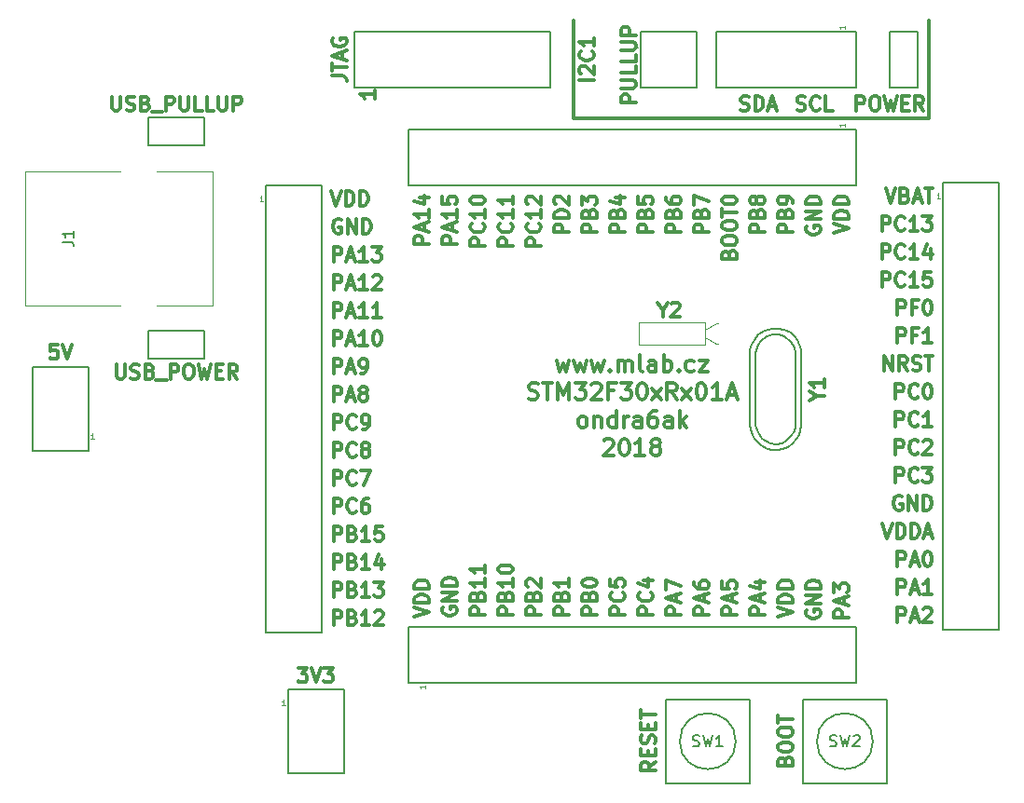
<source format=gbr>
G04 #@! TF.FileFunction,Legend,Top*
%FSLAX46Y46*%
G04 Gerber Fmt 4.6, Leading zero omitted, Abs format (unit mm)*
G04 Created by KiCad (PCBNEW 4.0.7+dfsg1-1) date Wed Jan  3 12:19:56 2018*
%MOMM*%
%LPD*%
G01*
G04 APERTURE LIST*
%ADD10C,0.300000*%
%ADD11C,0.100000*%
%ADD12C,0.127000*%
%ADD13C,0.150000*%
%ADD14C,0.120000*%
%ADD15C,0.203200*%
%ADD16C,0.050000*%
G04 APERTURE END LIST*
D10*
X157988000Y-72898000D02*
X157988000Y-64008000D01*
X190246000Y-72898000D02*
X157988000Y-72898000D01*
X190246000Y-72898000D02*
X190246000Y-64008000D01*
X156464857Y-94913571D02*
X156750571Y-95913571D01*
X157036285Y-95199286D01*
X157322000Y-95913571D01*
X157607714Y-94913571D01*
X158036286Y-94913571D02*
X158322000Y-95913571D01*
X158607714Y-95199286D01*
X158893429Y-95913571D01*
X159179143Y-94913571D01*
X159607715Y-94913571D02*
X159893429Y-95913571D01*
X160179143Y-95199286D01*
X160464858Y-95913571D01*
X160750572Y-94913571D01*
X161322001Y-95770714D02*
X161393429Y-95842143D01*
X161322001Y-95913571D01*
X161250572Y-95842143D01*
X161322001Y-95770714D01*
X161322001Y-95913571D01*
X162036287Y-95913571D02*
X162036287Y-94913571D01*
X162036287Y-95056429D02*
X162107715Y-94985000D01*
X162250573Y-94913571D01*
X162464858Y-94913571D01*
X162607715Y-94985000D01*
X162679144Y-95127857D01*
X162679144Y-95913571D01*
X162679144Y-95127857D02*
X162750573Y-94985000D01*
X162893430Y-94913571D01*
X163107715Y-94913571D01*
X163250573Y-94985000D01*
X163322001Y-95127857D01*
X163322001Y-95913571D01*
X164250573Y-95913571D02*
X164107715Y-95842143D01*
X164036287Y-95699286D01*
X164036287Y-94413571D01*
X165464858Y-95913571D02*
X165464858Y-95127857D01*
X165393429Y-94985000D01*
X165250572Y-94913571D01*
X164964858Y-94913571D01*
X164822001Y-94985000D01*
X165464858Y-95842143D02*
X165322001Y-95913571D01*
X164964858Y-95913571D01*
X164822001Y-95842143D01*
X164750572Y-95699286D01*
X164750572Y-95556429D01*
X164822001Y-95413571D01*
X164964858Y-95342143D01*
X165322001Y-95342143D01*
X165464858Y-95270714D01*
X166179144Y-95913571D02*
X166179144Y-94413571D01*
X166179144Y-94985000D02*
X166322001Y-94913571D01*
X166607715Y-94913571D01*
X166750572Y-94985000D01*
X166822001Y-95056429D01*
X166893430Y-95199286D01*
X166893430Y-95627857D01*
X166822001Y-95770714D01*
X166750572Y-95842143D01*
X166607715Y-95913571D01*
X166322001Y-95913571D01*
X166179144Y-95842143D01*
X167536287Y-95770714D02*
X167607715Y-95842143D01*
X167536287Y-95913571D01*
X167464858Y-95842143D01*
X167536287Y-95770714D01*
X167536287Y-95913571D01*
X168893430Y-95842143D02*
X168750573Y-95913571D01*
X168464859Y-95913571D01*
X168322001Y-95842143D01*
X168250573Y-95770714D01*
X168179144Y-95627857D01*
X168179144Y-95199286D01*
X168250573Y-95056429D01*
X168322001Y-94985000D01*
X168464859Y-94913571D01*
X168750573Y-94913571D01*
X168893430Y-94985000D01*
X169393430Y-94913571D02*
X170179144Y-94913571D01*
X169393430Y-95913571D01*
X170179144Y-95913571D01*
X153929144Y-98392143D02*
X154143430Y-98463571D01*
X154500573Y-98463571D01*
X154643430Y-98392143D01*
X154714859Y-98320714D01*
X154786287Y-98177857D01*
X154786287Y-98035000D01*
X154714859Y-97892143D01*
X154643430Y-97820714D01*
X154500573Y-97749286D01*
X154214859Y-97677857D01*
X154072001Y-97606429D01*
X154000573Y-97535000D01*
X153929144Y-97392143D01*
X153929144Y-97249286D01*
X154000573Y-97106429D01*
X154072001Y-97035000D01*
X154214859Y-96963571D01*
X154572001Y-96963571D01*
X154786287Y-97035000D01*
X155214858Y-96963571D02*
X156072001Y-96963571D01*
X155643430Y-98463571D02*
X155643430Y-96963571D01*
X156572001Y-98463571D02*
X156572001Y-96963571D01*
X157072001Y-98035000D01*
X157572001Y-96963571D01*
X157572001Y-98463571D01*
X158143430Y-96963571D02*
X159072001Y-96963571D01*
X158572001Y-97535000D01*
X158786287Y-97535000D01*
X158929144Y-97606429D01*
X159000573Y-97677857D01*
X159072001Y-97820714D01*
X159072001Y-98177857D01*
X159000573Y-98320714D01*
X158929144Y-98392143D01*
X158786287Y-98463571D01*
X158357715Y-98463571D01*
X158214858Y-98392143D01*
X158143430Y-98320714D01*
X159643429Y-97106429D02*
X159714858Y-97035000D01*
X159857715Y-96963571D01*
X160214858Y-96963571D01*
X160357715Y-97035000D01*
X160429144Y-97106429D01*
X160500572Y-97249286D01*
X160500572Y-97392143D01*
X160429144Y-97606429D01*
X159572001Y-98463571D01*
X160500572Y-98463571D01*
X161643429Y-97677857D02*
X161143429Y-97677857D01*
X161143429Y-98463571D02*
X161143429Y-96963571D01*
X161857715Y-96963571D01*
X162286286Y-96963571D02*
X163214857Y-96963571D01*
X162714857Y-97535000D01*
X162929143Y-97535000D01*
X163072000Y-97606429D01*
X163143429Y-97677857D01*
X163214857Y-97820714D01*
X163214857Y-98177857D01*
X163143429Y-98320714D01*
X163072000Y-98392143D01*
X162929143Y-98463571D01*
X162500571Y-98463571D01*
X162357714Y-98392143D01*
X162286286Y-98320714D01*
X164143428Y-96963571D02*
X164286285Y-96963571D01*
X164429142Y-97035000D01*
X164500571Y-97106429D01*
X164572000Y-97249286D01*
X164643428Y-97535000D01*
X164643428Y-97892143D01*
X164572000Y-98177857D01*
X164500571Y-98320714D01*
X164429142Y-98392143D01*
X164286285Y-98463571D01*
X164143428Y-98463571D01*
X164000571Y-98392143D01*
X163929142Y-98320714D01*
X163857714Y-98177857D01*
X163786285Y-97892143D01*
X163786285Y-97535000D01*
X163857714Y-97249286D01*
X163929142Y-97106429D01*
X164000571Y-97035000D01*
X164143428Y-96963571D01*
X165143428Y-98463571D02*
X165929142Y-97463571D01*
X165143428Y-97463571D02*
X165929142Y-98463571D01*
X167357714Y-98463571D02*
X166857714Y-97749286D01*
X166500571Y-98463571D02*
X166500571Y-96963571D01*
X167071999Y-96963571D01*
X167214857Y-97035000D01*
X167286285Y-97106429D01*
X167357714Y-97249286D01*
X167357714Y-97463571D01*
X167286285Y-97606429D01*
X167214857Y-97677857D01*
X167071999Y-97749286D01*
X166500571Y-97749286D01*
X167857714Y-98463571D02*
X168643428Y-97463571D01*
X167857714Y-97463571D02*
X168643428Y-98463571D01*
X169500571Y-96963571D02*
X169643428Y-96963571D01*
X169786285Y-97035000D01*
X169857714Y-97106429D01*
X169929143Y-97249286D01*
X170000571Y-97535000D01*
X170000571Y-97892143D01*
X169929143Y-98177857D01*
X169857714Y-98320714D01*
X169786285Y-98392143D01*
X169643428Y-98463571D01*
X169500571Y-98463571D01*
X169357714Y-98392143D01*
X169286285Y-98320714D01*
X169214857Y-98177857D01*
X169143428Y-97892143D01*
X169143428Y-97535000D01*
X169214857Y-97249286D01*
X169286285Y-97106429D01*
X169357714Y-97035000D01*
X169500571Y-96963571D01*
X171429142Y-98463571D02*
X170571999Y-98463571D01*
X171000571Y-98463571D02*
X171000571Y-96963571D01*
X170857714Y-97177857D01*
X170714856Y-97320714D01*
X170571999Y-97392143D01*
X172000570Y-98035000D02*
X172714856Y-98035000D01*
X171857713Y-98463571D02*
X172357713Y-96963571D01*
X172857713Y-98463571D01*
X158714858Y-101013571D02*
X158572000Y-100942143D01*
X158500572Y-100870714D01*
X158429143Y-100727857D01*
X158429143Y-100299286D01*
X158500572Y-100156429D01*
X158572000Y-100085000D01*
X158714858Y-100013571D01*
X158929143Y-100013571D01*
X159072000Y-100085000D01*
X159143429Y-100156429D01*
X159214858Y-100299286D01*
X159214858Y-100727857D01*
X159143429Y-100870714D01*
X159072000Y-100942143D01*
X158929143Y-101013571D01*
X158714858Y-101013571D01*
X159857715Y-100013571D02*
X159857715Y-101013571D01*
X159857715Y-100156429D02*
X159929143Y-100085000D01*
X160072001Y-100013571D01*
X160286286Y-100013571D01*
X160429143Y-100085000D01*
X160500572Y-100227857D01*
X160500572Y-101013571D01*
X161857715Y-101013571D02*
X161857715Y-99513571D01*
X161857715Y-100942143D02*
X161714858Y-101013571D01*
X161429144Y-101013571D01*
X161286286Y-100942143D01*
X161214858Y-100870714D01*
X161143429Y-100727857D01*
X161143429Y-100299286D01*
X161214858Y-100156429D01*
X161286286Y-100085000D01*
X161429144Y-100013571D01*
X161714858Y-100013571D01*
X161857715Y-100085000D01*
X162572001Y-101013571D02*
X162572001Y-100013571D01*
X162572001Y-100299286D02*
X162643429Y-100156429D01*
X162714858Y-100085000D01*
X162857715Y-100013571D01*
X163000572Y-100013571D01*
X164143429Y-101013571D02*
X164143429Y-100227857D01*
X164072000Y-100085000D01*
X163929143Y-100013571D01*
X163643429Y-100013571D01*
X163500572Y-100085000D01*
X164143429Y-100942143D02*
X164000572Y-101013571D01*
X163643429Y-101013571D01*
X163500572Y-100942143D01*
X163429143Y-100799286D01*
X163429143Y-100656429D01*
X163500572Y-100513571D01*
X163643429Y-100442143D01*
X164000572Y-100442143D01*
X164143429Y-100370714D01*
X165500572Y-99513571D02*
X165214858Y-99513571D01*
X165072001Y-99585000D01*
X165000572Y-99656429D01*
X164857715Y-99870714D01*
X164786286Y-100156429D01*
X164786286Y-100727857D01*
X164857715Y-100870714D01*
X164929143Y-100942143D01*
X165072001Y-101013571D01*
X165357715Y-101013571D01*
X165500572Y-100942143D01*
X165572001Y-100870714D01*
X165643429Y-100727857D01*
X165643429Y-100370714D01*
X165572001Y-100227857D01*
X165500572Y-100156429D01*
X165357715Y-100085000D01*
X165072001Y-100085000D01*
X164929143Y-100156429D01*
X164857715Y-100227857D01*
X164786286Y-100370714D01*
X166929143Y-101013571D02*
X166929143Y-100227857D01*
X166857714Y-100085000D01*
X166714857Y-100013571D01*
X166429143Y-100013571D01*
X166286286Y-100085000D01*
X166929143Y-100942143D02*
X166786286Y-101013571D01*
X166429143Y-101013571D01*
X166286286Y-100942143D01*
X166214857Y-100799286D01*
X166214857Y-100656429D01*
X166286286Y-100513571D01*
X166429143Y-100442143D01*
X166786286Y-100442143D01*
X166929143Y-100370714D01*
X167643429Y-101013571D02*
X167643429Y-99513571D01*
X167786286Y-100442143D02*
X168214857Y-101013571D01*
X168214857Y-100013571D02*
X167643429Y-100585000D01*
X160750572Y-102206429D02*
X160822001Y-102135000D01*
X160964858Y-102063571D01*
X161322001Y-102063571D01*
X161464858Y-102135000D01*
X161536287Y-102206429D01*
X161607715Y-102349286D01*
X161607715Y-102492143D01*
X161536287Y-102706429D01*
X160679144Y-103563571D01*
X161607715Y-103563571D01*
X162536286Y-102063571D02*
X162679143Y-102063571D01*
X162822000Y-102135000D01*
X162893429Y-102206429D01*
X162964858Y-102349286D01*
X163036286Y-102635000D01*
X163036286Y-102992143D01*
X162964858Y-103277857D01*
X162893429Y-103420714D01*
X162822000Y-103492143D01*
X162679143Y-103563571D01*
X162536286Y-103563571D01*
X162393429Y-103492143D01*
X162322000Y-103420714D01*
X162250572Y-103277857D01*
X162179143Y-102992143D01*
X162179143Y-102635000D01*
X162250572Y-102349286D01*
X162322000Y-102206429D01*
X162393429Y-102135000D01*
X162536286Y-102063571D01*
X164464857Y-103563571D02*
X163607714Y-103563571D01*
X164036286Y-103563571D02*
X164036286Y-102063571D01*
X163893429Y-102277857D01*
X163750571Y-102420714D01*
X163607714Y-102492143D01*
X165322000Y-102706429D02*
X165179142Y-102635000D01*
X165107714Y-102563571D01*
X165036285Y-102420714D01*
X165036285Y-102349286D01*
X165107714Y-102206429D01*
X165179142Y-102135000D01*
X165322000Y-102063571D01*
X165607714Y-102063571D01*
X165750571Y-102135000D01*
X165822000Y-102206429D01*
X165893428Y-102349286D01*
X165893428Y-102420714D01*
X165822000Y-102563571D01*
X165750571Y-102635000D01*
X165607714Y-102706429D01*
X165322000Y-102706429D01*
X165179142Y-102777857D01*
X165107714Y-102849286D01*
X165036285Y-102992143D01*
X165036285Y-103277857D01*
X165107714Y-103420714D01*
X165179142Y-103492143D01*
X165322000Y-103563571D01*
X165607714Y-103563571D01*
X165750571Y-103492143D01*
X165822000Y-103420714D01*
X165893428Y-103277857D01*
X165893428Y-102992143D01*
X165822000Y-102849286D01*
X165750571Y-102777857D01*
X165607714Y-102706429D01*
X182960095Y-118308476D02*
X181660095Y-118308476D01*
X181660095Y-117813238D01*
X181722000Y-117689429D01*
X181783905Y-117627524D01*
X181907714Y-117565619D01*
X182093429Y-117565619D01*
X182217238Y-117627524D01*
X182279143Y-117689429D01*
X182341048Y-117813238D01*
X182341048Y-118308476D01*
X182588667Y-117070381D02*
X182588667Y-116451333D01*
X182960095Y-117194190D02*
X181660095Y-116760857D01*
X182960095Y-116327524D01*
X181660095Y-116018000D02*
X181660095Y-115213238D01*
X182155333Y-115646571D01*
X182155333Y-115460857D01*
X182217238Y-115337047D01*
X182279143Y-115275143D01*
X182402952Y-115213238D01*
X182712476Y-115213238D01*
X182836286Y-115275143D01*
X182898190Y-115337047D01*
X182960095Y-115460857D01*
X182960095Y-115832285D01*
X182898190Y-115956095D01*
X182836286Y-116018000D01*
X179182000Y-117627524D02*
X179120095Y-117751333D01*
X179120095Y-117937048D01*
X179182000Y-118122762D01*
X179305810Y-118246571D01*
X179429619Y-118308476D01*
X179677238Y-118370381D01*
X179862952Y-118370381D01*
X180110571Y-118308476D01*
X180234381Y-118246571D01*
X180358190Y-118122762D01*
X180420095Y-117937048D01*
X180420095Y-117813238D01*
X180358190Y-117627524D01*
X180296286Y-117565619D01*
X179862952Y-117565619D01*
X179862952Y-117813238D01*
X180420095Y-117008476D02*
X179120095Y-117008476D01*
X180420095Y-116265619D01*
X179120095Y-116265619D01*
X180420095Y-115646571D02*
X179120095Y-115646571D01*
X179120095Y-115337047D01*
X179182000Y-115151333D01*
X179305810Y-115027524D01*
X179429619Y-114965619D01*
X179677238Y-114903714D01*
X179862952Y-114903714D01*
X180110571Y-114965619D01*
X180234381Y-115027524D01*
X180358190Y-115151333D01*
X180420095Y-115337047D01*
X180420095Y-115646571D01*
X176580095Y-118240190D02*
X177880095Y-117806857D01*
X176580095Y-117373524D01*
X177880095Y-116940190D02*
X176580095Y-116940190D01*
X176580095Y-116630666D01*
X176642000Y-116444952D01*
X176765810Y-116321143D01*
X176889619Y-116259238D01*
X177137238Y-116197333D01*
X177322952Y-116197333D01*
X177570571Y-116259238D01*
X177694381Y-116321143D01*
X177818190Y-116444952D01*
X177880095Y-116630666D01*
X177880095Y-116940190D01*
X177880095Y-115640190D02*
X176580095Y-115640190D01*
X176580095Y-115330666D01*
X176642000Y-115144952D01*
X176765810Y-115021143D01*
X176889619Y-114959238D01*
X177137238Y-114897333D01*
X177322952Y-114897333D01*
X177570571Y-114959238D01*
X177694381Y-115021143D01*
X177818190Y-115144952D01*
X177880095Y-115330666D01*
X177880095Y-115640190D01*
X175340095Y-118054476D02*
X174040095Y-118054476D01*
X174040095Y-117559238D01*
X174102000Y-117435429D01*
X174163905Y-117373524D01*
X174287714Y-117311619D01*
X174473429Y-117311619D01*
X174597238Y-117373524D01*
X174659143Y-117435429D01*
X174721048Y-117559238D01*
X174721048Y-118054476D01*
X174968667Y-116816381D02*
X174968667Y-116197333D01*
X175340095Y-116940190D02*
X174040095Y-116506857D01*
X175340095Y-116073524D01*
X174473429Y-115083047D02*
X175340095Y-115083047D01*
X173978190Y-115392571D02*
X174906762Y-115702095D01*
X174906762Y-114897333D01*
X172800095Y-118054476D02*
X171500095Y-118054476D01*
X171500095Y-117559238D01*
X171562000Y-117435429D01*
X171623905Y-117373524D01*
X171747714Y-117311619D01*
X171933429Y-117311619D01*
X172057238Y-117373524D01*
X172119143Y-117435429D01*
X172181048Y-117559238D01*
X172181048Y-118054476D01*
X172428667Y-116816381D02*
X172428667Y-116197333D01*
X172800095Y-116940190D02*
X171500095Y-116506857D01*
X172800095Y-116073524D01*
X171500095Y-115021143D02*
X171500095Y-115640190D01*
X172119143Y-115702095D01*
X172057238Y-115640190D01*
X171995333Y-115516381D01*
X171995333Y-115206857D01*
X172057238Y-115083047D01*
X172119143Y-115021143D01*
X172242952Y-114959238D01*
X172552476Y-114959238D01*
X172676286Y-115021143D01*
X172738190Y-115083047D01*
X172800095Y-115206857D01*
X172800095Y-115516381D01*
X172738190Y-115640190D01*
X172676286Y-115702095D01*
X170260095Y-118054476D02*
X168960095Y-118054476D01*
X168960095Y-117559238D01*
X169022000Y-117435429D01*
X169083905Y-117373524D01*
X169207714Y-117311619D01*
X169393429Y-117311619D01*
X169517238Y-117373524D01*
X169579143Y-117435429D01*
X169641048Y-117559238D01*
X169641048Y-118054476D01*
X169888667Y-116816381D02*
X169888667Y-116197333D01*
X170260095Y-116940190D02*
X168960095Y-116506857D01*
X170260095Y-116073524D01*
X168960095Y-115083047D02*
X168960095Y-115330666D01*
X169022000Y-115454476D01*
X169083905Y-115516381D01*
X169269619Y-115640190D01*
X169517238Y-115702095D01*
X170012476Y-115702095D01*
X170136286Y-115640190D01*
X170198190Y-115578285D01*
X170260095Y-115454476D01*
X170260095Y-115206857D01*
X170198190Y-115083047D01*
X170136286Y-115021143D01*
X170012476Y-114959238D01*
X169702952Y-114959238D01*
X169579143Y-115021143D01*
X169517238Y-115083047D01*
X169455333Y-115206857D01*
X169455333Y-115454476D01*
X169517238Y-115578285D01*
X169579143Y-115640190D01*
X169702952Y-115702095D01*
X167720095Y-118054476D02*
X166420095Y-118054476D01*
X166420095Y-117559238D01*
X166482000Y-117435429D01*
X166543905Y-117373524D01*
X166667714Y-117311619D01*
X166853429Y-117311619D01*
X166977238Y-117373524D01*
X167039143Y-117435429D01*
X167101048Y-117559238D01*
X167101048Y-118054476D01*
X167348667Y-116816381D02*
X167348667Y-116197333D01*
X167720095Y-116940190D02*
X166420095Y-116506857D01*
X167720095Y-116073524D01*
X166420095Y-115764000D02*
X166420095Y-114897333D01*
X167720095Y-115454476D01*
X165180095Y-118054476D02*
X163880095Y-118054476D01*
X163880095Y-117559238D01*
X163942000Y-117435429D01*
X164003905Y-117373524D01*
X164127714Y-117311619D01*
X164313429Y-117311619D01*
X164437238Y-117373524D01*
X164499143Y-117435429D01*
X164561048Y-117559238D01*
X164561048Y-118054476D01*
X165056286Y-116011619D02*
X165118190Y-116073524D01*
X165180095Y-116259238D01*
X165180095Y-116383048D01*
X165118190Y-116568762D01*
X164994381Y-116692571D01*
X164870571Y-116754476D01*
X164622952Y-116816381D01*
X164437238Y-116816381D01*
X164189619Y-116754476D01*
X164065810Y-116692571D01*
X163942000Y-116568762D01*
X163880095Y-116383048D01*
X163880095Y-116259238D01*
X163942000Y-116073524D01*
X164003905Y-116011619D01*
X164313429Y-114897333D02*
X165180095Y-114897333D01*
X163818190Y-115206857D02*
X164746762Y-115516381D01*
X164746762Y-114711619D01*
X162640095Y-118054476D02*
X161340095Y-118054476D01*
X161340095Y-117559238D01*
X161402000Y-117435429D01*
X161463905Y-117373524D01*
X161587714Y-117311619D01*
X161773429Y-117311619D01*
X161897238Y-117373524D01*
X161959143Y-117435429D01*
X162021048Y-117559238D01*
X162021048Y-118054476D01*
X162516286Y-116011619D02*
X162578190Y-116073524D01*
X162640095Y-116259238D01*
X162640095Y-116383048D01*
X162578190Y-116568762D01*
X162454381Y-116692571D01*
X162330571Y-116754476D01*
X162082952Y-116816381D01*
X161897238Y-116816381D01*
X161649619Y-116754476D01*
X161525810Y-116692571D01*
X161402000Y-116568762D01*
X161340095Y-116383048D01*
X161340095Y-116259238D01*
X161402000Y-116073524D01*
X161463905Y-116011619D01*
X161340095Y-114835429D02*
X161340095Y-115454476D01*
X161959143Y-115516381D01*
X161897238Y-115454476D01*
X161835333Y-115330667D01*
X161835333Y-115021143D01*
X161897238Y-114897333D01*
X161959143Y-114835429D01*
X162082952Y-114773524D01*
X162392476Y-114773524D01*
X162516286Y-114835429D01*
X162578190Y-114897333D01*
X162640095Y-115021143D01*
X162640095Y-115330667D01*
X162578190Y-115454476D01*
X162516286Y-115516381D01*
X160100095Y-118054476D02*
X158800095Y-118054476D01*
X158800095Y-117559238D01*
X158862000Y-117435429D01*
X158923905Y-117373524D01*
X159047714Y-117311619D01*
X159233429Y-117311619D01*
X159357238Y-117373524D01*
X159419143Y-117435429D01*
X159481048Y-117559238D01*
X159481048Y-118054476D01*
X159419143Y-116321143D02*
X159481048Y-116135429D01*
X159542952Y-116073524D01*
X159666762Y-116011619D01*
X159852476Y-116011619D01*
X159976286Y-116073524D01*
X160038190Y-116135429D01*
X160100095Y-116259238D01*
X160100095Y-116754476D01*
X158800095Y-116754476D01*
X158800095Y-116321143D01*
X158862000Y-116197333D01*
X158923905Y-116135429D01*
X159047714Y-116073524D01*
X159171524Y-116073524D01*
X159295333Y-116135429D01*
X159357238Y-116197333D01*
X159419143Y-116321143D01*
X159419143Y-116754476D01*
X158800095Y-115206857D02*
X158800095Y-115083048D01*
X158862000Y-114959238D01*
X158923905Y-114897333D01*
X159047714Y-114835429D01*
X159295333Y-114773524D01*
X159604857Y-114773524D01*
X159852476Y-114835429D01*
X159976286Y-114897333D01*
X160038190Y-114959238D01*
X160100095Y-115083048D01*
X160100095Y-115206857D01*
X160038190Y-115330667D01*
X159976286Y-115392571D01*
X159852476Y-115454476D01*
X159604857Y-115516381D01*
X159295333Y-115516381D01*
X159047714Y-115454476D01*
X158923905Y-115392571D01*
X158862000Y-115330667D01*
X158800095Y-115206857D01*
X157560095Y-118054476D02*
X156260095Y-118054476D01*
X156260095Y-117559238D01*
X156322000Y-117435429D01*
X156383905Y-117373524D01*
X156507714Y-117311619D01*
X156693429Y-117311619D01*
X156817238Y-117373524D01*
X156879143Y-117435429D01*
X156941048Y-117559238D01*
X156941048Y-118054476D01*
X156879143Y-116321143D02*
X156941048Y-116135429D01*
X157002952Y-116073524D01*
X157126762Y-116011619D01*
X157312476Y-116011619D01*
X157436286Y-116073524D01*
X157498190Y-116135429D01*
X157560095Y-116259238D01*
X157560095Y-116754476D01*
X156260095Y-116754476D01*
X156260095Y-116321143D01*
X156322000Y-116197333D01*
X156383905Y-116135429D01*
X156507714Y-116073524D01*
X156631524Y-116073524D01*
X156755333Y-116135429D01*
X156817238Y-116197333D01*
X156879143Y-116321143D01*
X156879143Y-116754476D01*
X157560095Y-114773524D02*
X157560095Y-115516381D01*
X157560095Y-115144952D02*
X156260095Y-115144952D01*
X156445810Y-115268762D01*
X156569619Y-115392571D01*
X156631524Y-115516381D01*
X155020095Y-118054476D02*
X153720095Y-118054476D01*
X153720095Y-117559238D01*
X153782000Y-117435429D01*
X153843905Y-117373524D01*
X153967714Y-117311619D01*
X154153429Y-117311619D01*
X154277238Y-117373524D01*
X154339143Y-117435429D01*
X154401048Y-117559238D01*
X154401048Y-118054476D01*
X154339143Y-116321143D02*
X154401048Y-116135429D01*
X154462952Y-116073524D01*
X154586762Y-116011619D01*
X154772476Y-116011619D01*
X154896286Y-116073524D01*
X154958190Y-116135429D01*
X155020095Y-116259238D01*
X155020095Y-116754476D01*
X153720095Y-116754476D01*
X153720095Y-116321143D01*
X153782000Y-116197333D01*
X153843905Y-116135429D01*
X153967714Y-116073524D01*
X154091524Y-116073524D01*
X154215333Y-116135429D01*
X154277238Y-116197333D01*
X154339143Y-116321143D01*
X154339143Y-116754476D01*
X153843905Y-115516381D02*
X153782000Y-115454476D01*
X153720095Y-115330667D01*
X153720095Y-115021143D01*
X153782000Y-114897333D01*
X153843905Y-114835429D01*
X153967714Y-114773524D01*
X154091524Y-114773524D01*
X154277238Y-114835429D01*
X155020095Y-115578286D01*
X155020095Y-114773524D01*
X152480095Y-118054476D02*
X151180095Y-118054476D01*
X151180095Y-117559238D01*
X151242000Y-117435429D01*
X151303905Y-117373524D01*
X151427714Y-117311619D01*
X151613429Y-117311619D01*
X151737238Y-117373524D01*
X151799143Y-117435429D01*
X151861048Y-117559238D01*
X151861048Y-118054476D01*
X151799143Y-116321143D02*
X151861048Y-116135429D01*
X151922952Y-116073524D01*
X152046762Y-116011619D01*
X152232476Y-116011619D01*
X152356286Y-116073524D01*
X152418190Y-116135429D01*
X152480095Y-116259238D01*
X152480095Y-116754476D01*
X151180095Y-116754476D01*
X151180095Y-116321143D01*
X151242000Y-116197333D01*
X151303905Y-116135429D01*
X151427714Y-116073524D01*
X151551524Y-116073524D01*
X151675333Y-116135429D01*
X151737238Y-116197333D01*
X151799143Y-116321143D01*
X151799143Y-116754476D01*
X152480095Y-114773524D02*
X152480095Y-115516381D01*
X152480095Y-115144952D02*
X151180095Y-115144952D01*
X151365810Y-115268762D01*
X151489619Y-115392571D01*
X151551524Y-115516381D01*
X151180095Y-113968762D02*
X151180095Y-113844953D01*
X151242000Y-113721143D01*
X151303905Y-113659238D01*
X151427714Y-113597334D01*
X151675333Y-113535429D01*
X151984857Y-113535429D01*
X152232476Y-113597334D01*
X152356286Y-113659238D01*
X152418190Y-113721143D01*
X152480095Y-113844953D01*
X152480095Y-113968762D01*
X152418190Y-114092572D01*
X152356286Y-114154476D01*
X152232476Y-114216381D01*
X151984857Y-114278286D01*
X151675333Y-114278286D01*
X151427714Y-114216381D01*
X151303905Y-114154476D01*
X151242000Y-114092572D01*
X151180095Y-113968762D01*
X149940095Y-118054476D02*
X148640095Y-118054476D01*
X148640095Y-117559238D01*
X148702000Y-117435429D01*
X148763905Y-117373524D01*
X148887714Y-117311619D01*
X149073429Y-117311619D01*
X149197238Y-117373524D01*
X149259143Y-117435429D01*
X149321048Y-117559238D01*
X149321048Y-118054476D01*
X149259143Y-116321143D02*
X149321048Y-116135429D01*
X149382952Y-116073524D01*
X149506762Y-116011619D01*
X149692476Y-116011619D01*
X149816286Y-116073524D01*
X149878190Y-116135429D01*
X149940095Y-116259238D01*
X149940095Y-116754476D01*
X148640095Y-116754476D01*
X148640095Y-116321143D01*
X148702000Y-116197333D01*
X148763905Y-116135429D01*
X148887714Y-116073524D01*
X149011524Y-116073524D01*
X149135333Y-116135429D01*
X149197238Y-116197333D01*
X149259143Y-116321143D01*
X149259143Y-116754476D01*
X149940095Y-114773524D02*
X149940095Y-115516381D01*
X149940095Y-115144952D02*
X148640095Y-115144952D01*
X148825810Y-115268762D01*
X148949619Y-115392571D01*
X149011524Y-115516381D01*
X149940095Y-113535429D02*
X149940095Y-114278286D01*
X149940095Y-113906857D02*
X148640095Y-113906857D01*
X148825810Y-114030667D01*
X148949619Y-114154476D01*
X149011524Y-114278286D01*
X146162000Y-117373524D02*
X146100095Y-117497333D01*
X146100095Y-117683048D01*
X146162000Y-117868762D01*
X146285810Y-117992571D01*
X146409619Y-118054476D01*
X146657238Y-118116381D01*
X146842952Y-118116381D01*
X147090571Y-118054476D01*
X147214381Y-117992571D01*
X147338190Y-117868762D01*
X147400095Y-117683048D01*
X147400095Y-117559238D01*
X147338190Y-117373524D01*
X147276286Y-117311619D01*
X146842952Y-117311619D01*
X146842952Y-117559238D01*
X147400095Y-116754476D02*
X146100095Y-116754476D01*
X147400095Y-116011619D01*
X146100095Y-116011619D01*
X147400095Y-115392571D02*
X146100095Y-115392571D01*
X146100095Y-115083047D01*
X146162000Y-114897333D01*
X146285810Y-114773524D01*
X146409619Y-114711619D01*
X146657238Y-114649714D01*
X146842952Y-114649714D01*
X147090571Y-114711619D01*
X147214381Y-114773524D01*
X147338190Y-114897333D01*
X147400095Y-115083047D01*
X147400095Y-115392571D01*
X143560095Y-118240190D02*
X144860095Y-117806857D01*
X143560095Y-117373524D01*
X144860095Y-116940190D02*
X143560095Y-116940190D01*
X143560095Y-116630666D01*
X143622000Y-116444952D01*
X143745810Y-116321143D01*
X143869619Y-116259238D01*
X144117238Y-116197333D01*
X144302952Y-116197333D01*
X144550571Y-116259238D01*
X144674381Y-116321143D01*
X144798190Y-116444952D01*
X144860095Y-116630666D01*
X144860095Y-116940190D01*
X144860095Y-115640190D02*
X143560095Y-115640190D01*
X143560095Y-115330666D01*
X143622000Y-115144952D01*
X143745810Y-115021143D01*
X143869619Y-114959238D01*
X144117238Y-114897333D01*
X144302952Y-114897333D01*
X144550571Y-114959238D01*
X144674381Y-115021143D01*
X144798190Y-115144952D01*
X144860095Y-115330666D01*
X144860095Y-115640190D01*
X136199524Y-118952095D02*
X136199524Y-117652095D01*
X136694762Y-117652095D01*
X136818571Y-117714000D01*
X136880476Y-117775905D01*
X136942381Y-117899714D01*
X136942381Y-118085429D01*
X136880476Y-118209238D01*
X136818571Y-118271143D01*
X136694762Y-118333048D01*
X136199524Y-118333048D01*
X137932857Y-118271143D02*
X138118571Y-118333048D01*
X138180476Y-118394952D01*
X138242381Y-118518762D01*
X138242381Y-118704476D01*
X138180476Y-118828286D01*
X138118571Y-118890190D01*
X137994762Y-118952095D01*
X137499524Y-118952095D01*
X137499524Y-117652095D01*
X137932857Y-117652095D01*
X138056667Y-117714000D01*
X138118571Y-117775905D01*
X138180476Y-117899714D01*
X138180476Y-118023524D01*
X138118571Y-118147333D01*
X138056667Y-118209238D01*
X137932857Y-118271143D01*
X137499524Y-118271143D01*
X139480476Y-118952095D02*
X138737619Y-118952095D01*
X139109048Y-118952095D02*
X139109048Y-117652095D01*
X138985238Y-117837810D01*
X138861429Y-117961619D01*
X138737619Y-118023524D01*
X139975714Y-117775905D02*
X140037619Y-117714000D01*
X140161428Y-117652095D01*
X140470952Y-117652095D01*
X140594762Y-117714000D01*
X140656666Y-117775905D01*
X140718571Y-117899714D01*
X140718571Y-118023524D01*
X140656666Y-118209238D01*
X139913809Y-118952095D01*
X140718571Y-118952095D01*
X136199524Y-116412095D02*
X136199524Y-115112095D01*
X136694762Y-115112095D01*
X136818571Y-115174000D01*
X136880476Y-115235905D01*
X136942381Y-115359714D01*
X136942381Y-115545429D01*
X136880476Y-115669238D01*
X136818571Y-115731143D01*
X136694762Y-115793048D01*
X136199524Y-115793048D01*
X137932857Y-115731143D02*
X138118571Y-115793048D01*
X138180476Y-115854952D01*
X138242381Y-115978762D01*
X138242381Y-116164476D01*
X138180476Y-116288286D01*
X138118571Y-116350190D01*
X137994762Y-116412095D01*
X137499524Y-116412095D01*
X137499524Y-115112095D01*
X137932857Y-115112095D01*
X138056667Y-115174000D01*
X138118571Y-115235905D01*
X138180476Y-115359714D01*
X138180476Y-115483524D01*
X138118571Y-115607333D01*
X138056667Y-115669238D01*
X137932857Y-115731143D01*
X137499524Y-115731143D01*
X139480476Y-116412095D02*
X138737619Y-116412095D01*
X139109048Y-116412095D02*
X139109048Y-115112095D01*
X138985238Y-115297810D01*
X138861429Y-115421619D01*
X138737619Y-115483524D01*
X139913809Y-115112095D02*
X140718571Y-115112095D01*
X140285238Y-115607333D01*
X140470952Y-115607333D01*
X140594762Y-115669238D01*
X140656666Y-115731143D01*
X140718571Y-115854952D01*
X140718571Y-116164476D01*
X140656666Y-116288286D01*
X140594762Y-116350190D01*
X140470952Y-116412095D01*
X140099524Y-116412095D01*
X139975714Y-116350190D01*
X139913809Y-116288286D01*
X136199524Y-113872095D02*
X136199524Y-112572095D01*
X136694762Y-112572095D01*
X136818571Y-112634000D01*
X136880476Y-112695905D01*
X136942381Y-112819714D01*
X136942381Y-113005429D01*
X136880476Y-113129238D01*
X136818571Y-113191143D01*
X136694762Y-113253048D01*
X136199524Y-113253048D01*
X137932857Y-113191143D02*
X138118571Y-113253048D01*
X138180476Y-113314952D01*
X138242381Y-113438762D01*
X138242381Y-113624476D01*
X138180476Y-113748286D01*
X138118571Y-113810190D01*
X137994762Y-113872095D01*
X137499524Y-113872095D01*
X137499524Y-112572095D01*
X137932857Y-112572095D01*
X138056667Y-112634000D01*
X138118571Y-112695905D01*
X138180476Y-112819714D01*
X138180476Y-112943524D01*
X138118571Y-113067333D01*
X138056667Y-113129238D01*
X137932857Y-113191143D01*
X137499524Y-113191143D01*
X139480476Y-113872095D02*
X138737619Y-113872095D01*
X139109048Y-113872095D02*
X139109048Y-112572095D01*
X138985238Y-112757810D01*
X138861429Y-112881619D01*
X138737619Y-112943524D01*
X140594762Y-113005429D02*
X140594762Y-113872095D01*
X140285238Y-112510190D02*
X139975714Y-113438762D01*
X140780476Y-113438762D01*
X136199524Y-111332095D02*
X136199524Y-110032095D01*
X136694762Y-110032095D01*
X136818571Y-110094000D01*
X136880476Y-110155905D01*
X136942381Y-110279714D01*
X136942381Y-110465429D01*
X136880476Y-110589238D01*
X136818571Y-110651143D01*
X136694762Y-110713048D01*
X136199524Y-110713048D01*
X137932857Y-110651143D02*
X138118571Y-110713048D01*
X138180476Y-110774952D01*
X138242381Y-110898762D01*
X138242381Y-111084476D01*
X138180476Y-111208286D01*
X138118571Y-111270190D01*
X137994762Y-111332095D01*
X137499524Y-111332095D01*
X137499524Y-110032095D01*
X137932857Y-110032095D01*
X138056667Y-110094000D01*
X138118571Y-110155905D01*
X138180476Y-110279714D01*
X138180476Y-110403524D01*
X138118571Y-110527333D01*
X138056667Y-110589238D01*
X137932857Y-110651143D01*
X137499524Y-110651143D01*
X139480476Y-111332095D02*
X138737619Y-111332095D01*
X139109048Y-111332095D02*
X139109048Y-110032095D01*
X138985238Y-110217810D01*
X138861429Y-110341619D01*
X138737619Y-110403524D01*
X140656666Y-110032095D02*
X140037619Y-110032095D01*
X139975714Y-110651143D01*
X140037619Y-110589238D01*
X140161428Y-110527333D01*
X140470952Y-110527333D01*
X140594762Y-110589238D01*
X140656666Y-110651143D01*
X140718571Y-110774952D01*
X140718571Y-111084476D01*
X140656666Y-111208286D01*
X140594762Y-111270190D01*
X140470952Y-111332095D01*
X140161428Y-111332095D01*
X140037619Y-111270190D01*
X139975714Y-111208286D01*
X136199524Y-108792095D02*
X136199524Y-107492095D01*
X136694762Y-107492095D01*
X136818571Y-107554000D01*
X136880476Y-107615905D01*
X136942381Y-107739714D01*
X136942381Y-107925429D01*
X136880476Y-108049238D01*
X136818571Y-108111143D01*
X136694762Y-108173048D01*
X136199524Y-108173048D01*
X138242381Y-108668286D02*
X138180476Y-108730190D01*
X137994762Y-108792095D01*
X137870952Y-108792095D01*
X137685238Y-108730190D01*
X137561429Y-108606381D01*
X137499524Y-108482571D01*
X137437619Y-108234952D01*
X137437619Y-108049238D01*
X137499524Y-107801619D01*
X137561429Y-107677810D01*
X137685238Y-107554000D01*
X137870952Y-107492095D01*
X137994762Y-107492095D01*
X138180476Y-107554000D01*
X138242381Y-107615905D01*
X139356667Y-107492095D02*
X139109048Y-107492095D01*
X138985238Y-107554000D01*
X138923333Y-107615905D01*
X138799524Y-107801619D01*
X138737619Y-108049238D01*
X138737619Y-108544476D01*
X138799524Y-108668286D01*
X138861429Y-108730190D01*
X138985238Y-108792095D01*
X139232857Y-108792095D01*
X139356667Y-108730190D01*
X139418571Y-108668286D01*
X139480476Y-108544476D01*
X139480476Y-108234952D01*
X139418571Y-108111143D01*
X139356667Y-108049238D01*
X139232857Y-107987333D01*
X138985238Y-107987333D01*
X138861429Y-108049238D01*
X138799524Y-108111143D01*
X138737619Y-108234952D01*
X136199524Y-106252095D02*
X136199524Y-104952095D01*
X136694762Y-104952095D01*
X136818571Y-105014000D01*
X136880476Y-105075905D01*
X136942381Y-105199714D01*
X136942381Y-105385429D01*
X136880476Y-105509238D01*
X136818571Y-105571143D01*
X136694762Y-105633048D01*
X136199524Y-105633048D01*
X138242381Y-106128286D02*
X138180476Y-106190190D01*
X137994762Y-106252095D01*
X137870952Y-106252095D01*
X137685238Y-106190190D01*
X137561429Y-106066381D01*
X137499524Y-105942571D01*
X137437619Y-105694952D01*
X137437619Y-105509238D01*
X137499524Y-105261619D01*
X137561429Y-105137810D01*
X137685238Y-105014000D01*
X137870952Y-104952095D01*
X137994762Y-104952095D01*
X138180476Y-105014000D01*
X138242381Y-105075905D01*
X138675714Y-104952095D02*
X139542381Y-104952095D01*
X138985238Y-106252095D01*
X136199524Y-103712095D02*
X136199524Y-102412095D01*
X136694762Y-102412095D01*
X136818571Y-102474000D01*
X136880476Y-102535905D01*
X136942381Y-102659714D01*
X136942381Y-102845429D01*
X136880476Y-102969238D01*
X136818571Y-103031143D01*
X136694762Y-103093048D01*
X136199524Y-103093048D01*
X138242381Y-103588286D02*
X138180476Y-103650190D01*
X137994762Y-103712095D01*
X137870952Y-103712095D01*
X137685238Y-103650190D01*
X137561429Y-103526381D01*
X137499524Y-103402571D01*
X137437619Y-103154952D01*
X137437619Y-102969238D01*
X137499524Y-102721619D01*
X137561429Y-102597810D01*
X137685238Y-102474000D01*
X137870952Y-102412095D01*
X137994762Y-102412095D01*
X138180476Y-102474000D01*
X138242381Y-102535905D01*
X138985238Y-102969238D02*
X138861429Y-102907333D01*
X138799524Y-102845429D01*
X138737619Y-102721619D01*
X138737619Y-102659714D01*
X138799524Y-102535905D01*
X138861429Y-102474000D01*
X138985238Y-102412095D01*
X139232857Y-102412095D01*
X139356667Y-102474000D01*
X139418571Y-102535905D01*
X139480476Y-102659714D01*
X139480476Y-102721619D01*
X139418571Y-102845429D01*
X139356667Y-102907333D01*
X139232857Y-102969238D01*
X138985238Y-102969238D01*
X138861429Y-103031143D01*
X138799524Y-103093048D01*
X138737619Y-103216857D01*
X138737619Y-103464476D01*
X138799524Y-103588286D01*
X138861429Y-103650190D01*
X138985238Y-103712095D01*
X139232857Y-103712095D01*
X139356667Y-103650190D01*
X139418571Y-103588286D01*
X139480476Y-103464476D01*
X139480476Y-103216857D01*
X139418571Y-103093048D01*
X139356667Y-103031143D01*
X139232857Y-102969238D01*
X136199524Y-101172095D02*
X136199524Y-99872095D01*
X136694762Y-99872095D01*
X136818571Y-99934000D01*
X136880476Y-99995905D01*
X136942381Y-100119714D01*
X136942381Y-100305429D01*
X136880476Y-100429238D01*
X136818571Y-100491143D01*
X136694762Y-100553048D01*
X136199524Y-100553048D01*
X138242381Y-101048286D02*
X138180476Y-101110190D01*
X137994762Y-101172095D01*
X137870952Y-101172095D01*
X137685238Y-101110190D01*
X137561429Y-100986381D01*
X137499524Y-100862571D01*
X137437619Y-100614952D01*
X137437619Y-100429238D01*
X137499524Y-100181619D01*
X137561429Y-100057810D01*
X137685238Y-99934000D01*
X137870952Y-99872095D01*
X137994762Y-99872095D01*
X138180476Y-99934000D01*
X138242381Y-99995905D01*
X138861429Y-101172095D02*
X139109048Y-101172095D01*
X139232857Y-101110190D01*
X139294762Y-101048286D01*
X139418571Y-100862571D01*
X139480476Y-100614952D01*
X139480476Y-100119714D01*
X139418571Y-99995905D01*
X139356667Y-99934000D01*
X139232857Y-99872095D01*
X138985238Y-99872095D01*
X138861429Y-99934000D01*
X138799524Y-99995905D01*
X138737619Y-100119714D01*
X138737619Y-100429238D01*
X138799524Y-100553048D01*
X138861429Y-100614952D01*
X138985238Y-100676857D01*
X139232857Y-100676857D01*
X139356667Y-100614952D01*
X139418571Y-100553048D01*
X139480476Y-100429238D01*
X136199524Y-98632095D02*
X136199524Y-97332095D01*
X136694762Y-97332095D01*
X136818571Y-97394000D01*
X136880476Y-97455905D01*
X136942381Y-97579714D01*
X136942381Y-97765429D01*
X136880476Y-97889238D01*
X136818571Y-97951143D01*
X136694762Y-98013048D01*
X136199524Y-98013048D01*
X137437619Y-98260667D02*
X138056667Y-98260667D01*
X137313810Y-98632095D02*
X137747143Y-97332095D01*
X138180476Y-98632095D01*
X138799524Y-97889238D02*
X138675715Y-97827333D01*
X138613810Y-97765429D01*
X138551905Y-97641619D01*
X138551905Y-97579714D01*
X138613810Y-97455905D01*
X138675715Y-97394000D01*
X138799524Y-97332095D01*
X139047143Y-97332095D01*
X139170953Y-97394000D01*
X139232857Y-97455905D01*
X139294762Y-97579714D01*
X139294762Y-97641619D01*
X139232857Y-97765429D01*
X139170953Y-97827333D01*
X139047143Y-97889238D01*
X138799524Y-97889238D01*
X138675715Y-97951143D01*
X138613810Y-98013048D01*
X138551905Y-98136857D01*
X138551905Y-98384476D01*
X138613810Y-98508286D01*
X138675715Y-98570190D01*
X138799524Y-98632095D01*
X139047143Y-98632095D01*
X139170953Y-98570190D01*
X139232857Y-98508286D01*
X139294762Y-98384476D01*
X139294762Y-98136857D01*
X139232857Y-98013048D01*
X139170953Y-97951143D01*
X139047143Y-97889238D01*
X136199524Y-96092095D02*
X136199524Y-94792095D01*
X136694762Y-94792095D01*
X136818571Y-94854000D01*
X136880476Y-94915905D01*
X136942381Y-95039714D01*
X136942381Y-95225429D01*
X136880476Y-95349238D01*
X136818571Y-95411143D01*
X136694762Y-95473048D01*
X136199524Y-95473048D01*
X137437619Y-95720667D02*
X138056667Y-95720667D01*
X137313810Y-96092095D02*
X137747143Y-94792095D01*
X138180476Y-96092095D01*
X138675715Y-96092095D02*
X138923334Y-96092095D01*
X139047143Y-96030190D01*
X139109048Y-95968286D01*
X139232857Y-95782571D01*
X139294762Y-95534952D01*
X139294762Y-95039714D01*
X139232857Y-94915905D01*
X139170953Y-94854000D01*
X139047143Y-94792095D01*
X138799524Y-94792095D01*
X138675715Y-94854000D01*
X138613810Y-94915905D01*
X138551905Y-95039714D01*
X138551905Y-95349238D01*
X138613810Y-95473048D01*
X138675715Y-95534952D01*
X138799524Y-95596857D01*
X139047143Y-95596857D01*
X139170953Y-95534952D01*
X139232857Y-95473048D01*
X139294762Y-95349238D01*
X136199524Y-93552095D02*
X136199524Y-92252095D01*
X136694762Y-92252095D01*
X136818571Y-92314000D01*
X136880476Y-92375905D01*
X136942381Y-92499714D01*
X136942381Y-92685429D01*
X136880476Y-92809238D01*
X136818571Y-92871143D01*
X136694762Y-92933048D01*
X136199524Y-92933048D01*
X137437619Y-93180667D02*
X138056667Y-93180667D01*
X137313810Y-93552095D02*
X137747143Y-92252095D01*
X138180476Y-93552095D01*
X139294762Y-93552095D02*
X138551905Y-93552095D01*
X138923334Y-93552095D02*
X138923334Y-92252095D01*
X138799524Y-92437810D01*
X138675715Y-92561619D01*
X138551905Y-92623524D01*
X140099524Y-92252095D02*
X140223333Y-92252095D01*
X140347143Y-92314000D01*
X140409048Y-92375905D01*
X140470952Y-92499714D01*
X140532857Y-92747333D01*
X140532857Y-93056857D01*
X140470952Y-93304476D01*
X140409048Y-93428286D01*
X140347143Y-93490190D01*
X140223333Y-93552095D01*
X140099524Y-93552095D01*
X139975714Y-93490190D01*
X139913810Y-93428286D01*
X139851905Y-93304476D01*
X139790000Y-93056857D01*
X139790000Y-92747333D01*
X139851905Y-92499714D01*
X139913810Y-92375905D01*
X139975714Y-92314000D01*
X140099524Y-92252095D01*
X136199524Y-91012095D02*
X136199524Y-89712095D01*
X136694762Y-89712095D01*
X136818571Y-89774000D01*
X136880476Y-89835905D01*
X136942381Y-89959714D01*
X136942381Y-90145429D01*
X136880476Y-90269238D01*
X136818571Y-90331143D01*
X136694762Y-90393048D01*
X136199524Y-90393048D01*
X137437619Y-90640667D02*
X138056667Y-90640667D01*
X137313810Y-91012095D02*
X137747143Y-89712095D01*
X138180476Y-91012095D01*
X139294762Y-91012095D02*
X138551905Y-91012095D01*
X138923334Y-91012095D02*
X138923334Y-89712095D01*
X138799524Y-89897810D01*
X138675715Y-90021619D01*
X138551905Y-90083524D01*
X140532857Y-91012095D02*
X139790000Y-91012095D01*
X140161429Y-91012095D02*
X140161429Y-89712095D01*
X140037619Y-89897810D01*
X139913810Y-90021619D01*
X139790000Y-90083524D01*
X136199524Y-88472095D02*
X136199524Y-87172095D01*
X136694762Y-87172095D01*
X136818571Y-87234000D01*
X136880476Y-87295905D01*
X136942381Y-87419714D01*
X136942381Y-87605429D01*
X136880476Y-87729238D01*
X136818571Y-87791143D01*
X136694762Y-87853048D01*
X136199524Y-87853048D01*
X137437619Y-88100667D02*
X138056667Y-88100667D01*
X137313810Y-88472095D02*
X137747143Y-87172095D01*
X138180476Y-88472095D01*
X139294762Y-88472095D02*
X138551905Y-88472095D01*
X138923334Y-88472095D02*
X138923334Y-87172095D01*
X138799524Y-87357810D01*
X138675715Y-87481619D01*
X138551905Y-87543524D01*
X139790000Y-87295905D02*
X139851905Y-87234000D01*
X139975714Y-87172095D01*
X140285238Y-87172095D01*
X140409048Y-87234000D01*
X140470952Y-87295905D01*
X140532857Y-87419714D01*
X140532857Y-87543524D01*
X140470952Y-87729238D01*
X139728095Y-88472095D01*
X140532857Y-88472095D01*
X136199524Y-85932095D02*
X136199524Y-84632095D01*
X136694762Y-84632095D01*
X136818571Y-84694000D01*
X136880476Y-84755905D01*
X136942381Y-84879714D01*
X136942381Y-85065429D01*
X136880476Y-85189238D01*
X136818571Y-85251143D01*
X136694762Y-85313048D01*
X136199524Y-85313048D01*
X137437619Y-85560667D02*
X138056667Y-85560667D01*
X137313810Y-85932095D02*
X137747143Y-84632095D01*
X138180476Y-85932095D01*
X139294762Y-85932095D02*
X138551905Y-85932095D01*
X138923334Y-85932095D02*
X138923334Y-84632095D01*
X138799524Y-84817810D01*
X138675715Y-84941619D01*
X138551905Y-85003524D01*
X139728095Y-84632095D02*
X140532857Y-84632095D01*
X140099524Y-85127333D01*
X140285238Y-85127333D01*
X140409048Y-85189238D01*
X140470952Y-85251143D01*
X140532857Y-85374952D01*
X140532857Y-85684476D01*
X140470952Y-85808286D01*
X140409048Y-85870190D01*
X140285238Y-85932095D01*
X139913810Y-85932095D01*
X139790000Y-85870190D01*
X139728095Y-85808286D01*
X136880476Y-82154000D02*
X136756667Y-82092095D01*
X136570952Y-82092095D01*
X136385238Y-82154000D01*
X136261429Y-82277810D01*
X136199524Y-82401619D01*
X136137619Y-82649238D01*
X136137619Y-82834952D01*
X136199524Y-83082571D01*
X136261429Y-83206381D01*
X136385238Y-83330190D01*
X136570952Y-83392095D01*
X136694762Y-83392095D01*
X136880476Y-83330190D01*
X136942381Y-83268286D01*
X136942381Y-82834952D01*
X136694762Y-82834952D01*
X137499524Y-83392095D02*
X137499524Y-82092095D01*
X138242381Y-83392095D01*
X138242381Y-82092095D01*
X138861429Y-83392095D02*
X138861429Y-82092095D01*
X139170953Y-82092095D01*
X139356667Y-82154000D01*
X139480476Y-82277810D01*
X139542381Y-82401619D01*
X139604286Y-82649238D01*
X139604286Y-82834952D01*
X139542381Y-83082571D01*
X139480476Y-83206381D01*
X139356667Y-83330190D01*
X139170953Y-83392095D01*
X138861429Y-83392095D01*
X136013810Y-79552095D02*
X136447143Y-80852095D01*
X136880476Y-79552095D01*
X137313810Y-80852095D02*
X137313810Y-79552095D01*
X137623334Y-79552095D01*
X137809048Y-79614000D01*
X137932857Y-79737810D01*
X137994762Y-79861619D01*
X138056667Y-80109238D01*
X138056667Y-80294952D01*
X137994762Y-80542571D01*
X137932857Y-80666381D01*
X137809048Y-80790190D01*
X137623334Y-80852095D01*
X137313810Y-80852095D01*
X138613810Y-80852095D02*
X138613810Y-79552095D01*
X138923334Y-79552095D01*
X139109048Y-79614000D01*
X139232857Y-79737810D01*
X139294762Y-79861619D01*
X139356667Y-80109238D01*
X139356667Y-80294952D01*
X139294762Y-80542571D01*
X139232857Y-80666381D01*
X139109048Y-80790190D01*
X138923334Y-80852095D01*
X138613810Y-80852095D01*
X144860095Y-84336952D02*
X143560095Y-84336952D01*
X143560095Y-83841714D01*
X143622000Y-83717905D01*
X143683905Y-83656000D01*
X143807714Y-83594095D01*
X143993429Y-83594095D01*
X144117238Y-83656000D01*
X144179143Y-83717905D01*
X144241048Y-83841714D01*
X144241048Y-84336952D01*
X144488667Y-83098857D02*
X144488667Y-82479809D01*
X144860095Y-83222666D02*
X143560095Y-82789333D01*
X144860095Y-82356000D01*
X144860095Y-81241714D02*
X144860095Y-81984571D01*
X144860095Y-81613142D02*
X143560095Y-81613142D01*
X143745810Y-81736952D01*
X143869619Y-81860761D01*
X143931524Y-81984571D01*
X143993429Y-80127428D02*
X144860095Y-80127428D01*
X143498190Y-80436952D02*
X144426762Y-80746476D01*
X144426762Y-79941714D01*
X147400095Y-84336952D02*
X146100095Y-84336952D01*
X146100095Y-83841714D01*
X146162000Y-83717905D01*
X146223905Y-83656000D01*
X146347714Y-83594095D01*
X146533429Y-83594095D01*
X146657238Y-83656000D01*
X146719143Y-83717905D01*
X146781048Y-83841714D01*
X146781048Y-84336952D01*
X147028667Y-83098857D02*
X147028667Y-82479809D01*
X147400095Y-83222666D02*
X146100095Y-82789333D01*
X147400095Y-82356000D01*
X147400095Y-81241714D02*
X147400095Y-81984571D01*
X147400095Y-81613142D02*
X146100095Y-81613142D01*
X146285810Y-81736952D01*
X146409619Y-81860761D01*
X146471524Y-81984571D01*
X146100095Y-80065524D02*
X146100095Y-80684571D01*
X146719143Y-80746476D01*
X146657238Y-80684571D01*
X146595333Y-80560762D01*
X146595333Y-80251238D01*
X146657238Y-80127428D01*
X146719143Y-80065524D01*
X146842952Y-80003619D01*
X147152476Y-80003619D01*
X147276286Y-80065524D01*
X147338190Y-80127428D01*
X147400095Y-80251238D01*
X147400095Y-80560762D01*
X147338190Y-80684571D01*
X147276286Y-80746476D01*
X149940095Y-84522666D02*
X148640095Y-84522666D01*
X148640095Y-84027428D01*
X148702000Y-83903619D01*
X148763905Y-83841714D01*
X148887714Y-83779809D01*
X149073429Y-83779809D01*
X149197238Y-83841714D01*
X149259143Y-83903619D01*
X149321048Y-84027428D01*
X149321048Y-84522666D01*
X149816286Y-82479809D02*
X149878190Y-82541714D01*
X149940095Y-82727428D01*
X149940095Y-82851238D01*
X149878190Y-83036952D01*
X149754381Y-83160761D01*
X149630571Y-83222666D01*
X149382952Y-83284571D01*
X149197238Y-83284571D01*
X148949619Y-83222666D01*
X148825810Y-83160761D01*
X148702000Y-83036952D01*
X148640095Y-82851238D01*
X148640095Y-82727428D01*
X148702000Y-82541714D01*
X148763905Y-82479809D01*
X149940095Y-81241714D02*
X149940095Y-81984571D01*
X149940095Y-81613142D02*
X148640095Y-81613142D01*
X148825810Y-81736952D01*
X148949619Y-81860761D01*
X149011524Y-81984571D01*
X148640095Y-80436952D02*
X148640095Y-80313143D01*
X148702000Y-80189333D01*
X148763905Y-80127428D01*
X148887714Y-80065524D01*
X149135333Y-80003619D01*
X149444857Y-80003619D01*
X149692476Y-80065524D01*
X149816286Y-80127428D01*
X149878190Y-80189333D01*
X149940095Y-80313143D01*
X149940095Y-80436952D01*
X149878190Y-80560762D01*
X149816286Y-80622666D01*
X149692476Y-80684571D01*
X149444857Y-80746476D01*
X149135333Y-80746476D01*
X148887714Y-80684571D01*
X148763905Y-80622666D01*
X148702000Y-80560762D01*
X148640095Y-80436952D01*
X152480095Y-84522666D02*
X151180095Y-84522666D01*
X151180095Y-84027428D01*
X151242000Y-83903619D01*
X151303905Y-83841714D01*
X151427714Y-83779809D01*
X151613429Y-83779809D01*
X151737238Y-83841714D01*
X151799143Y-83903619D01*
X151861048Y-84027428D01*
X151861048Y-84522666D01*
X152356286Y-82479809D02*
X152418190Y-82541714D01*
X152480095Y-82727428D01*
X152480095Y-82851238D01*
X152418190Y-83036952D01*
X152294381Y-83160761D01*
X152170571Y-83222666D01*
X151922952Y-83284571D01*
X151737238Y-83284571D01*
X151489619Y-83222666D01*
X151365810Y-83160761D01*
X151242000Y-83036952D01*
X151180095Y-82851238D01*
X151180095Y-82727428D01*
X151242000Y-82541714D01*
X151303905Y-82479809D01*
X152480095Y-81241714D02*
X152480095Y-81984571D01*
X152480095Y-81613142D02*
X151180095Y-81613142D01*
X151365810Y-81736952D01*
X151489619Y-81860761D01*
X151551524Y-81984571D01*
X152480095Y-80003619D02*
X152480095Y-80746476D01*
X152480095Y-80375047D02*
X151180095Y-80375047D01*
X151365810Y-80498857D01*
X151489619Y-80622666D01*
X151551524Y-80746476D01*
X155020095Y-84522666D02*
X153720095Y-84522666D01*
X153720095Y-84027428D01*
X153782000Y-83903619D01*
X153843905Y-83841714D01*
X153967714Y-83779809D01*
X154153429Y-83779809D01*
X154277238Y-83841714D01*
X154339143Y-83903619D01*
X154401048Y-84027428D01*
X154401048Y-84522666D01*
X154896286Y-82479809D02*
X154958190Y-82541714D01*
X155020095Y-82727428D01*
X155020095Y-82851238D01*
X154958190Y-83036952D01*
X154834381Y-83160761D01*
X154710571Y-83222666D01*
X154462952Y-83284571D01*
X154277238Y-83284571D01*
X154029619Y-83222666D01*
X153905810Y-83160761D01*
X153782000Y-83036952D01*
X153720095Y-82851238D01*
X153720095Y-82727428D01*
X153782000Y-82541714D01*
X153843905Y-82479809D01*
X155020095Y-81241714D02*
X155020095Y-81984571D01*
X155020095Y-81613142D02*
X153720095Y-81613142D01*
X153905810Y-81736952D01*
X154029619Y-81860761D01*
X154091524Y-81984571D01*
X153843905Y-80746476D02*
X153782000Y-80684571D01*
X153720095Y-80560762D01*
X153720095Y-80251238D01*
X153782000Y-80127428D01*
X153843905Y-80065524D01*
X153967714Y-80003619D01*
X154091524Y-80003619D01*
X154277238Y-80065524D01*
X155020095Y-80808381D01*
X155020095Y-80003619D01*
X157560095Y-83284571D02*
X156260095Y-83284571D01*
X156260095Y-82789333D01*
X156322000Y-82665524D01*
X156383905Y-82603619D01*
X156507714Y-82541714D01*
X156693429Y-82541714D01*
X156817238Y-82603619D01*
X156879143Y-82665524D01*
X156941048Y-82789333D01*
X156941048Y-83284571D01*
X157560095Y-81984571D02*
X156260095Y-81984571D01*
X156260095Y-81675047D01*
X156322000Y-81489333D01*
X156445810Y-81365524D01*
X156569619Y-81303619D01*
X156817238Y-81241714D01*
X157002952Y-81241714D01*
X157250571Y-81303619D01*
X157374381Y-81365524D01*
X157498190Y-81489333D01*
X157560095Y-81675047D01*
X157560095Y-81984571D01*
X156383905Y-80746476D02*
X156322000Y-80684571D01*
X156260095Y-80560762D01*
X156260095Y-80251238D01*
X156322000Y-80127428D01*
X156383905Y-80065524D01*
X156507714Y-80003619D01*
X156631524Y-80003619D01*
X156817238Y-80065524D01*
X157560095Y-80808381D01*
X157560095Y-80003619D01*
X160100095Y-83284571D02*
X158800095Y-83284571D01*
X158800095Y-82789333D01*
X158862000Y-82665524D01*
X158923905Y-82603619D01*
X159047714Y-82541714D01*
X159233429Y-82541714D01*
X159357238Y-82603619D01*
X159419143Y-82665524D01*
X159481048Y-82789333D01*
X159481048Y-83284571D01*
X159419143Y-81551238D02*
X159481048Y-81365524D01*
X159542952Y-81303619D01*
X159666762Y-81241714D01*
X159852476Y-81241714D01*
X159976286Y-81303619D01*
X160038190Y-81365524D01*
X160100095Y-81489333D01*
X160100095Y-81984571D01*
X158800095Y-81984571D01*
X158800095Y-81551238D01*
X158862000Y-81427428D01*
X158923905Y-81365524D01*
X159047714Y-81303619D01*
X159171524Y-81303619D01*
X159295333Y-81365524D01*
X159357238Y-81427428D01*
X159419143Y-81551238D01*
X159419143Y-81984571D01*
X158800095Y-80808381D02*
X158800095Y-80003619D01*
X159295333Y-80436952D01*
X159295333Y-80251238D01*
X159357238Y-80127428D01*
X159419143Y-80065524D01*
X159542952Y-80003619D01*
X159852476Y-80003619D01*
X159976286Y-80065524D01*
X160038190Y-80127428D01*
X160100095Y-80251238D01*
X160100095Y-80622666D01*
X160038190Y-80746476D01*
X159976286Y-80808381D01*
X162640095Y-83284571D02*
X161340095Y-83284571D01*
X161340095Y-82789333D01*
X161402000Y-82665524D01*
X161463905Y-82603619D01*
X161587714Y-82541714D01*
X161773429Y-82541714D01*
X161897238Y-82603619D01*
X161959143Y-82665524D01*
X162021048Y-82789333D01*
X162021048Y-83284571D01*
X161959143Y-81551238D02*
X162021048Y-81365524D01*
X162082952Y-81303619D01*
X162206762Y-81241714D01*
X162392476Y-81241714D01*
X162516286Y-81303619D01*
X162578190Y-81365524D01*
X162640095Y-81489333D01*
X162640095Y-81984571D01*
X161340095Y-81984571D01*
X161340095Y-81551238D01*
X161402000Y-81427428D01*
X161463905Y-81365524D01*
X161587714Y-81303619D01*
X161711524Y-81303619D01*
X161835333Y-81365524D01*
X161897238Y-81427428D01*
X161959143Y-81551238D01*
X161959143Y-81984571D01*
X161773429Y-80127428D02*
X162640095Y-80127428D01*
X161278190Y-80436952D02*
X162206762Y-80746476D01*
X162206762Y-79941714D01*
X165180095Y-83284571D02*
X163880095Y-83284571D01*
X163880095Y-82789333D01*
X163942000Y-82665524D01*
X164003905Y-82603619D01*
X164127714Y-82541714D01*
X164313429Y-82541714D01*
X164437238Y-82603619D01*
X164499143Y-82665524D01*
X164561048Y-82789333D01*
X164561048Y-83284571D01*
X164499143Y-81551238D02*
X164561048Y-81365524D01*
X164622952Y-81303619D01*
X164746762Y-81241714D01*
X164932476Y-81241714D01*
X165056286Y-81303619D01*
X165118190Y-81365524D01*
X165180095Y-81489333D01*
X165180095Y-81984571D01*
X163880095Y-81984571D01*
X163880095Y-81551238D01*
X163942000Y-81427428D01*
X164003905Y-81365524D01*
X164127714Y-81303619D01*
X164251524Y-81303619D01*
X164375333Y-81365524D01*
X164437238Y-81427428D01*
X164499143Y-81551238D01*
X164499143Y-81984571D01*
X163880095Y-80065524D02*
X163880095Y-80684571D01*
X164499143Y-80746476D01*
X164437238Y-80684571D01*
X164375333Y-80560762D01*
X164375333Y-80251238D01*
X164437238Y-80127428D01*
X164499143Y-80065524D01*
X164622952Y-80003619D01*
X164932476Y-80003619D01*
X165056286Y-80065524D01*
X165118190Y-80127428D01*
X165180095Y-80251238D01*
X165180095Y-80560762D01*
X165118190Y-80684571D01*
X165056286Y-80746476D01*
X167720095Y-83284571D02*
X166420095Y-83284571D01*
X166420095Y-82789333D01*
X166482000Y-82665524D01*
X166543905Y-82603619D01*
X166667714Y-82541714D01*
X166853429Y-82541714D01*
X166977238Y-82603619D01*
X167039143Y-82665524D01*
X167101048Y-82789333D01*
X167101048Y-83284571D01*
X167039143Y-81551238D02*
X167101048Y-81365524D01*
X167162952Y-81303619D01*
X167286762Y-81241714D01*
X167472476Y-81241714D01*
X167596286Y-81303619D01*
X167658190Y-81365524D01*
X167720095Y-81489333D01*
X167720095Y-81984571D01*
X166420095Y-81984571D01*
X166420095Y-81551238D01*
X166482000Y-81427428D01*
X166543905Y-81365524D01*
X166667714Y-81303619D01*
X166791524Y-81303619D01*
X166915333Y-81365524D01*
X166977238Y-81427428D01*
X167039143Y-81551238D01*
X167039143Y-81984571D01*
X166420095Y-80127428D02*
X166420095Y-80375047D01*
X166482000Y-80498857D01*
X166543905Y-80560762D01*
X166729619Y-80684571D01*
X166977238Y-80746476D01*
X167472476Y-80746476D01*
X167596286Y-80684571D01*
X167658190Y-80622666D01*
X167720095Y-80498857D01*
X167720095Y-80251238D01*
X167658190Y-80127428D01*
X167596286Y-80065524D01*
X167472476Y-80003619D01*
X167162952Y-80003619D01*
X167039143Y-80065524D01*
X166977238Y-80127428D01*
X166915333Y-80251238D01*
X166915333Y-80498857D01*
X166977238Y-80622666D01*
X167039143Y-80684571D01*
X167162952Y-80746476D01*
X170260095Y-83284571D02*
X168960095Y-83284571D01*
X168960095Y-82789333D01*
X169022000Y-82665524D01*
X169083905Y-82603619D01*
X169207714Y-82541714D01*
X169393429Y-82541714D01*
X169517238Y-82603619D01*
X169579143Y-82665524D01*
X169641048Y-82789333D01*
X169641048Y-83284571D01*
X169579143Y-81551238D02*
X169641048Y-81365524D01*
X169702952Y-81303619D01*
X169826762Y-81241714D01*
X170012476Y-81241714D01*
X170136286Y-81303619D01*
X170198190Y-81365524D01*
X170260095Y-81489333D01*
X170260095Y-81984571D01*
X168960095Y-81984571D01*
X168960095Y-81551238D01*
X169022000Y-81427428D01*
X169083905Y-81365524D01*
X169207714Y-81303619D01*
X169331524Y-81303619D01*
X169455333Y-81365524D01*
X169517238Y-81427428D01*
X169579143Y-81551238D01*
X169579143Y-81984571D01*
X168960095Y-80808381D02*
X168960095Y-79941714D01*
X170260095Y-80498857D01*
X172119143Y-85265524D02*
X172181048Y-85079810D01*
X172242952Y-85017905D01*
X172366762Y-84956000D01*
X172552476Y-84956000D01*
X172676286Y-85017905D01*
X172738190Y-85079810D01*
X172800095Y-85203619D01*
X172800095Y-85698857D01*
X171500095Y-85698857D01*
X171500095Y-85265524D01*
X171562000Y-85141714D01*
X171623905Y-85079810D01*
X171747714Y-85017905D01*
X171871524Y-85017905D01*
X171995333Y-85079810D01*
X172057238Y-85141714D01*
X172119143Y-85265524D01*
X172119143Y-85698857D01*
X171500095Y-84151238D02*
X171500095Y-83903619D01*
X171562000Y-83779810D01*
X171685810Y-83656000D01*
X171933429Y-83594095D01*
X172366762Y-83594095D01*
X172614381Y-83656000D01*
X172738190Y-83779810D01*
X172800095Y-83903619D01*
X172800095Y-84151238D01*
X172738190Y-84275048D01*
X172614381Y-84398857D01*
X172366762Y-84460762D01*
X171933429Y-84460762D01*
X171685810Y-84398857D01*
X171562000Y-84275048D01*
X171500095Y-84151238D01*
X171500095Y-82789333D02*
X171500095Y-82541714D01*
X171562000Y-82417905D01*
X171685810Y-82294095D01*
X171933429Y-82232190D01*
X172366762Y-82232190D01*
X172614381Y-82294095D01*
X172738190Y-82417905D01*
X172800095Y-82541714D01*
X172800095Y-82789333D01*
X172738190Y-82913143D01*
X172614381Y-83036952D01*
X172366762Y-83098857D01*
X171933429Y-83098857D01*
X171685810Y-83036952D01*
X171562000Y-82913143D01*
X171500095Y-82789333D01*
X171500095Y-81860761D02*
X171500095Y-81117904D01*
X172800095Y-81489333D02*
X171500095Y-81489333D01*
X171500095Y-80436952D02*
X171500095Y-80313143D01*
X171562000Y-80189333D01*
X171623905Y-80127428D01*
X171747714Y-80065524D01*
X171995333Y-80003619D01*
X172304857Y-80003619D01*
X172552476Y-80065524D01*
X172676286Y-80127428D01*
X172738190Y-80189333D01*
X172800095Y-80313143D01*
X172800095Y-80436952D01*
X172738190Y-80560762D01*
X172676286Y-80622666D01*
X172552476Y-80684571D01*
X172304857Y-80746476D01*
X171995333Y-80746476D01*
X171747714Y-80684571D01*
X171623905Y-80622666D01*
X171562000Y-80560762D01*
X171500095Y-80436952D01*
X175340095Y-83284571D02*
X174040095Y-83284571D01*
X174040095Y-82789333D01*
X174102000Y-82665524D01*
X174163905Y-82603619D01*
X174287714Y-82541714D01*
X174473429Y-82541714D01*
X174597238Y-82603619D01*
X174659143Y-82665524D01*
X174721048Y-82789333D01*
X174721048Y-83284571D01*
X174659143Y-81551238D02*
X174721048Y-81365524D01*
X174782952Y-81303619D01*
X174906762Y-81241714D01*
X175092476Y-81241714D01*
X175216286Y-81303619D01*
X175278190Y-81365524D01*
X175340095Y-81489333D01*
X175340095Y-81984571D01*
X174040095Y-81984571D01*
X174040095Y-81551238D01*
X174102000Y-81427428D01*
X174163905Y-81365524D01*
X174287714Y-81303619D01*
X174411524Y-81303619D01*
X174535333Y-81365524D01*
X174597238Y-81427428D01*
X174659143Y-81551238D01*
X174659143Y-81984571D01*
X174597238Y-80498857D02*
X174535333Y-80622666D01*
X174473429Y-80684571D01*
X174349619Y-80746476D01*
X174287714Y-80746476D01*
X174163905Y-80684571D01*
X174102000Y-80622666D01*
X174040095Y-80498857D01*
X174040095Y-80251238D01*
X174102000Y-80127428D01*
X174163905Y-80065524D01*
X174287714Y-80003619D01*
X174349619Y-80003619D01*
X174473429Y-80065524D01*
X174535333Y-80127428D01*
X174597238Y-80251238D01*
X174597238Y-80498857D01*
X174659143Y-80622666D01*
X174721048Y-80684571D01*
X174844857Y-80746476D01*
X175092476Y-80746476D01*
X175216286Y-80684571D01*
X175278190Y-80622666D01*
X175340095Y-80498857D01*
X175340095Y-80251238D01*
X175278190Y-80127428D01*
X175216286Y-80065524D01*
X175092476Y-80003619D01*
X174844857Y-80003619D01*
X174721048Y-80065524D01*
X174659143Y-80127428D01*
X174597238Y-80251238D01*
X177880095Y-83284571D02*
X176580095Y-83284571D01*
X176580095Y-82789333D01*
X176642000Y-82665524D01*
X176703905Y-82603619D01*
X176827714Y-82541714D01*
X177013429Y-82541714D01*
X177137238Y-82603619D01*
X177199143Y-82665524D01*
X177261048Y-82789333D01*
X177261048Y-83284571D01*
X177199143Y-81551238D02*
X177261048Y-81365524D01*
X177322952Y-81303619D01*
X177446762Y-81241714D01*
X177632476Y-81241714D01*
X177756286Y-81303619D01*
X177818190Y-81365524D01*
X177880095Y-81489333D01*
X177880095Y-81984571D01*
X176580095Y-81984571D01*
X176580095Y-81551238D01*
X176642000Y-81427428D01*
X176703905Y-81365524D01*
X176827714Y-81303619D01*
X176951524Y-81303619D01*
X177075333Y-81365524D01*
X177137238Y-81427428D01*
X177199143Y-81551238D01*
X177199143Y-81984571D01*
X177880095Y-80622666D02*
X177880095Y-80375047D01*
X177818190Y-80251238D01*
X177756286Y-80189333D01*
X177570571Y-80065524D01*
X177322952Y-80003619D01*
X176827714Y-80003619D01*
X176703905Y-80065524D01*
X176642000Y-80127428D01*
X176580095Y-80251238D01*
X176580095Y-80498857D01*
X176642000Y-80622666D01*
X176703905Y-80684571D01*
X176827714Y-80746476D01*
X177137238Y-80746476D01*
X177261048Y-80684571D01*
X177322952Y-80622666D01*
X177384857Y-80498857D01*
X177384857Y-80251238D01*
X177322952Y-80127428D01*
X177261048Y-80065524D01*
X177137238Y-80003619D01*
X173173429Y-72154190D02*
X173359143Y-72216095D01*
X173668667Y-72216095D01*
X173792477Y-72154190D01*
X173854381Y-72092286D01*
X173916286Y-71968476D01*
X173916286Y-71844667D01*
X173854381Y-71720857D01*
X173792477Y-71658952D01*
X173668667Y-71597048D01*
X173421048Y-71535143D01*
X173297239Y-71473238D01*
X173235334Y-71411333D01*
X173173429Y-71287524D01*
X173173429Y-71163714D01*
X173235334Y-71039905D01*
X173297239Y-70978000D01*
X173421048Y-70916095D01*
X173730572Y-70916095D01*
X173916286Y-70978000D01*
X174473429Y-72216095D02*
X174473429Y-70916095D01*
X174782953Y-70916095D01*
X174968667Y-70978000D01*
X175092476Y-71101810D01*
X175154381Y-71225619D01*
X175216286Y-71473238D01*
X175216286Y-71658952D01*
X175154381Y-71906571D01*
X175092476Y-72030381D01*
X174968667Y-72154190D01*
X174782953Y-72216095D01*
X174473429Y-72216095D01*
X175711524Y-71844667D02*
X176330572Y-71844667D01*
X175587715Y-72216095D02*
X176021048Y-70916095D01*
X176454381Y-72216095D01*
X178284381Y-72154190D02*
X178470095Y-72216095D01*
X178779619Y-72216095D01*
X178903429Y-72154190D01*
X178965333Y-72092286D01*
X179027238Y-71968476D01*
X179027238Y-71844667D01*
X178965333Y-71720857D01*
X178903429Y-71658952D01*
X178779619Y-71597048D01*
X178532000Y-71535143D01*
X178408191Y-71473238D01*
X178346286Y-71411333D01*
X178284381Y-71287524D01*
X178284381Y-71163714D01*
X178346286Y-71039905D01*
X178408191Y-70978000D01*
X178532000Y-70916095D01*
X178841524Y-70916095D01*
X179027238Y-70978000D01*
X180327238Y-72092286D02*
X180265333Y-72154190D01*
X180079619Y-72216095D01*
X179955809Y-72216095D01*
X179770095Y-72154190D01*
X179646286Y-72030381D01*
X179584381Y-71906571D01*
X179522476Y-71658952D01*
X179522476Y-71473238D01*
X179584381Y-71225619D01*
X179646286Y-71101810D01*
X179770095Y-70978000D01*
X179955809Y-70916095D01*
X180079619Y-70916095D01*
X180265333Y-70978000D01*
X180327238Y-71039905D01*
X181503428Y-72216095D02*
X180884381Y-72216095D01*
X180884381Y-70916095D01*
X179182000Y-82727429D02*
X179120095Y-82851238D01*
X179120095Y-83036953D01*
X179182000Y-83222667D01*
X179305810Y-83346476D01*
X179429619Y-83408381D01*
X179677238Y-83470286D01*
X179862952Y-83470286D01*
X180110571Y-83408381D01*
X180234381Y-83346476D01*
X180358190Y-83222667D01*
X180420095Y-83036953D01*
X180420095Y-82913143D01*
X180358190Y-82727429D01*
X180296286Y-82665524D01*
X179862952Y-82665524D01*
X179862952Y-82913143D01*
X180420095Y-82108381D02*
X179120095Y-82108381D01*
X180420095Y-81365524D01*
X179120095Y-81365524D01*
X180420095Y-80746476D02*
X179120095Y-80746476D01*
X179120095Y-80436952D01*
X179182000Y-80251238D01*
X179305810Y-80127429D01*
X179429619Y-80065524D01*
X179677238Y-80003619D01*
X179862952Y-80003619D01*
X180110571Y-80065524D01*
X180234381Y-80127429D01*
X180358190Y-80251238D01*
X180420095Y-80436952D01*
X180420095Y-80746476D01*
X181660095Y-83346476D02*
X182960095Y-82913143D01*
X181660095Y-82479810D01*
X182960095Y-82046476D02*
X181660095Y-82046476D01*
X181660095Y-81736952D01*
X181722000Y-81551238D01*
X181845810Y-81427429D01*
X181969619Y-81365524D01*
X182217238Y-81303619D01*
X182402952Y-81303619D01*
X182650571Y-81365524D01*
X182774381Y-81427429D01*
X182898190Y-81551238D01*
X182960095Y-81736952D01*
X182960095Y-82046476D01*
X182960095Y-80746476D02*
X181660095Y-80746476D01*
X181660095Y-80436952D01*
X181722000Y-80251238D01*
X181845810Y-80127429D01*
X181969619Y-80065524D01*
X182217238Y-80003619D01*
X182402952Y-80003619D01*
X182650571Y-80065524D01*
X182774381Y-80127429D01*
X182898190Y-80251238D01*
X182960095Y-80436952D01*
X182960095Y-80746476D01*
X187411143Y-118698095D02*
X187411143Y-117398095D01*
X187906381Y-117398095D01*
X188030190Y-117460000D01*
X188092095Y-117521905D01*
X188154000Y-117645714D01*
X188154000Y-117831429D01*
X188092095Y-117955238D01*
X188030190Y-118017143D01*
X187906381Y-118079048D01*
X187411143Y-118079048D01*
X188649238Y-118326667D02*
X189268286Y-118326667D01*
X188525429Y-118698095D02*
X188958762Y-117398095D01*
X189392095Y-118698095D01*
X189763524Y-117521905D02*
X189825429Y-117460000D01*
X189949238Y-117398095D01*
X190258762Y-117398095D01*
X190382572Y-117460000D01*
X190444476Y-117521905D01*
X190506381Y-117645714D01*
X190506381Y-117769524D01*
X190444476Y-117955238D01*
X189701619Y-118698095D01*
X190506381Y-118698095D01*
X187411143Y-116158095D02*
X187411143Y-114858095D01*
X187906381Y-114858095D01*
X188030190Y-114920000D01*
X188092095Y-114981905D01*
X188154000Y-115105714D01*
X188154000Y-115291429D01*
X188092095Y-115415238D01*
X188030190Y-115477143D01*
X187906381Y-115539048D01*
X187411143Y-115539048D01*
X188649238Y-115786667D02*
X189268286Y-115786667D01*
X188525429Y-116158095D02*
X188958762Y-114858095D01*
X189392095Y-116158095D01*
X190506381Y-116158095D02*
X189763524Y-116158095D01*
X190134953Y-116158095D02*
X190134953Y-114858095D01*
X190011143Y-115043810D01*
X189887334Y-115167619D01*
X189763524Y-115229524D01*
X187411143Y-113618095D02*
X187411143Y-112318095D01*
X187906381Y-112318095D01*
X188030190Y-112380000D01*
X188092095Y-112441905D01*
X188154000Y-112565714D01*
X188154000Y-112751429D01*
X188092095Y-112875238D01*
X188030190Y-112937143D01*
X187906381Y-112999048D01*
X187411143Y-112999048D01*
X188649238Y-113246667D02*
X189268286Y-113246667D01*
X188525429Y-113618095D02*
X188958762Y-112318095D01*
X189392095Y-113618095D01*
X190073048Y-112318095D02*
X190196857Y-112318095D01*
X190320667Y-112380000D01*
X190382572Y-112441905D01*
X190444476Y-112565714D01*
X190506381Y-112813333D01*
X190506381Y-113122857D01*
X190444476Y-113370476D01*
X190382572Y-113494286D01*
X190320667Y-113556190D01*
X190196857Y-113618095D01*
X190073048Y-113618095D01*
X189949238Y-113556190D01*
X189887334Y-113494286D01*
X189825429Y-113370476D01*
X189763524Y-113122857D01*
X189763524Y-112813333D01*
X189825429Y-112565714D01*
X189887334Y-112441905D01*
X189949238Y-112380000D01*
X190073048Y-112318095D01*
X186049238Y-109778095D02*
X186482571Y-111078095D01*
X186915904Y-109778095D01*
X187349238Y-111078095D02*
X187349238Y-109778095D01*
X187658762Y-109778095D01*
X187844476Y-109840000D01*
X187968285Y-109963810D01*
X188030190Y-110087619D01*
X188092095Y-110335238D01*
X188092095Y-110520952D01*
X188030190Y-110768571D01*
X187968285Y-110892381D01*
X187844476Y-111016190D01*
X187658762Y-111078095D01*
X187349238Y-111078095D01*
X188649238Y-111078095D02*
X188649238Y-109778095D01*
X188958762Y-109778095D01*
X189144476Y-109840000D01*
X189268285Y-109963810D01*
X189330190Y-110087619D01*
X189392095Y-110335238D01*
X189392095Y-110520952D01*
X189330190Y-110768571D01*
X189268285Y-110892381D01*
X189144476Y-111016190D01*
X188958762Y-111078095D01*
X188649238Y-111078095D01*
X189887333Y-110706667D02*
X190506381Y-110706667D01*
X189763524Y-111078095D02*
X190196857Y-109778095D01*
X190630190Y-111078095D01*
X187782571Y-107300000D02*
X187658762Y-107238095D01*
X187473047Y-107238095D01*
X187287333Y-107300000D01*
X187163524Y-107423810D01*
X187101619Y-107547619D01*
X187039714Y-107795238D01*
X187039714Y-107980952D01*
X187101619Y-108228571D01*
X187163524Y-108352381D01*
X187287333Y-108476190D01*
X187473047Y-108538095D01*
X187596857Y-108538095D01*
X187782571Y-108476190D01*
X187844476Y-108414286D01*
X187844476Y-107980952D01*
X187596857Y-107980952D01*
X188401619Y-108538095D02*
X188401619Y-107238095D01*
X189144476Y-108538095D01*
X189144476Y-107238095D01*
X189763524Y-108538095D02*
X189763524Y-107238095D01*
X190073048Y-107238095D01*
X190258762Y-107300000D01*
X190382571Y-107423810D01*
X190444476Y-107547619D01*
X190506381Y-107795238D01*
X190506381Y-107980952D01*
X190444476Y-108228571D01*
X190382571Y-108352381D01*
X190258762Y-108476190D01*
X190073048Y-108538095D01*
X189763524Y-108538095D01*
X187225429Y-105998095D02*
X187225429Y-104698095D01*
X187720667Y-104698095D01*
X187844476Y-104760000D01*
X187906381Y-104821905D01*
X187968286Y-104945714D01*
X187968286Y-105131429D01*
X187906381Y-105255238D01*
X187844476Y-105317143D01*
X187720667Y-105379048D01*
X187225429Y-105379048D01*
X189268286Y-105874286D02*
X189206381Y-105936190D01*
X189020667Y-105998095D01*
X188896857Y-105998095D01*
X188711143Y-105936190D01*
X188587334Y-105812381D01*
X188525429Y-105688571D01*
X188463524Y-105440952D01*
X188463524Y-105255238D01*
X188525429Y-105007619D01*
X188587334Y-104883810D01*
X188711143Y-104760000D01*
X188896857Y-104698095D01*
X189020667Y-104698095D01*
X189206381Y-104760000D01*
X189268286Y-104821905D01*
X189701619Y-104698095D02*
X190506381Y-104698095D01*
X190073048Y-105193333D01*
X190258762Y-105193333D01*
X190382572Y-105255238D01*
X190444476Y-105317143D01*
X190506381Y-105440952D01*
X190506381Y-105750476D01*
X190444476Y-105874286D01*
X190382572Y-105936190D01*
X190258762Y-105998095D01*
X189887334Y-105998095D01*
X189763524Y-105936190D01*
X189701619Y-105874286D01*
X187225429Y-103458095D02*
X187225429Y-102158095D01*
X187720667Y-102158095D01*
X187844476Y-102220000D01*
X187906381Y-102281905D01*
X187968286Y-102405714D01*
X187968286Y-102591429D01*
X187906381Y-102715238D01*
X187844476Y-102777143D01*
X187720667Y-102839048D01*
X187225429Y-102839048D01*
X189268286Y-103334286D02*
X189206381Y-103396190D01*
X189020667Y-103458095D01*
X188896857Y-103458095D01*
X188711143Y-103396190D01*
X188587334Y-103272381D01*
X188525429Y-103148571D01*
X188463524Y-102900952D01*
X188463524Y-102715238D01*
X188525429Y-102467619D01*
X188587334Y-102343810D01*
X188711143Y-102220000D01*
X188896857Y-102158095D01*
X189020667Y-102158095D01*
X189206381Y-102220000D01*
X189268286Y-102281905D01*
X189763524Y-102281905D02*
X189825429Y-102220000D01*
X189949238Y-102158095D01*
X190258762Y-102158095D01*
X190382572Y-102220000D01*
X190444476Y-102281905D01*
X190506381Y-102405714D01*
X190506381Y-102529524D01*
X190444476Y-102715238D01*
X189701619Y-103458095D01*
X190506381Y-103458095D01*
X187225429Y-100918095D02*
X187225429Y-99618095D01*
X187720667Y-99618095D01*
X187844476Y-99680000D01*
X187906381Y-99741905D01*
X187968286Y-99865714D01*
X187968286Y-100051429D01*
X187906381Y-100175238D01*
X187844476Y-100237143D01*
X187720667Y-100299048D01*
X187225429Y-100299048D01*
X189268286Y-100794286D02*
X189206381Y-100856190D01*
X189020667Y-100918095D01*
X188896857Y-100918095D01*
X188711143Y-100856190D01*
X188587334Y-100732381D01*
X188525429Y-100608571D01*
X188463524Y-100360952D01*
X188463524Y-100175238D01*
X188525429Y-99927619D01*
X188587334Y-99803810D01*
X188711143Y-99680000D01*
X188896857Y-99618095D01*
X189020667Y-99618095D01*
X189206381Y-99680000D01*
X189268286Y-99741905D01*
X190506381Y-100918095D02*
X189763524Y-100918095D01*
X190134953Y-100918095D02*
X190134953Y-99618095D01*
X190011143Y-99803810D01*
X189887334Y-99927619D01*
X189763524Y-99989524D01*
X187225429Y-98378095D02*
X187225429Y-97078095D01*
X187720667Y-97078095D01*
X187844476Y-97140000D01*
X187906381Y-97201905D01*
X187968286Y-97325714D01*
X187968286Y-97511429D01*
X187906381Y-97635238D01*
X187844476Y-97697143D01*
X187720667Y-97759048D01*
X187225429Y-97759048D01*
X189268286Y-98254286D02*
X189206381Y-98316190D01*
X189020667Y-98378095D01*
X188896857Y-98378095D01*
X188711143Y-98316190D01*
X188587334Y-98192381D01*
X188525429Y-98068571D01*
X188463524Y-97820952D01*
X188463524Y-97635238D01*
X188525429Y-97387619D01*
X188587334Y-97263810D01*
X188711143Y-97140000D01*
X188896857Y-97078095D01*
X189020667Y-97078095D01*
X189206381Y-97140000D01*
X189268286Y-97201905D01*
X190073048Y-97078095D02*
X190196857Y-97078095D01*
X190320667Y-97140000D01*
X190382572Y-97201905D01*
X190444476Y-97325714D01*
X190506381Y-97573333D01*
X190506381Y-97882857D01*
X190444476Y-98130476D01*
X190382572Y-98254286D01*
X190320667Y-98316190D01*
X190196857Y-98378095D01*
X190073048Y-98378095D01*
X189949238Y-98316190D01*
X189887334Y-98254286D01*
X189825429Y-98130476D01*
X189763524Y-97882857D01*
X189763524Y-97573333D01*
X189825429Y-97325714D01*
X189887334Y-97201905D01*
X189949238Y-97140000D01*
X190073048Y-97078095D01*
X186173048Y-95838095D02*
X186173048Y-94538095D01*
X186915905Y-95838095D01*
X186915905Y-94538095D01*
X188277810Y-95838095D02*
X187844477Y-95219048D01*
X187534953Y-95838095D02*
X187534953Y-94538095D01*
X188030191Y-94538095D01*
X188154000Y-94600000D01*
X188215905Y-94661905D01*
X188277810Y-94785714D01*
X188277810Y-94971429D01*
X188215905Y-95095238D01*
X188154000Y-95157143D01*
X188030191Y-95219048D01*
X187534953Y-95219048D01*
X188773048Y-95776190D02*
X188958762Y-95838095D01*
X189268286Y-95838095D01*
X189392096Y-95776190D01*
X189454000Y-95714286D01*
X189515905Y-95590476D01*
X189515905Y-95466667D01*
X189454000Y-95342857D01*
X189392096Y-95280952D01*
X189268286Y-95219048D01*
X189020667Y-95157143D01*
X188896858Y-95095238D01*
X188834953Y-95033333D01*
X188773048Y-94909524D01*
X188773048Y-94785714D01*
X188834953Y-94661905D01*
X188896858Y-94600000D01*
X189020667Y-94538095D01*
X189330191Y-94538095D01*
X189515905Y-94600000D01*
X189887334Y-94538095D02*
X190630191Y-94538095D01*
X190258762Y-95838095D02*
X190258762Y-94538095D01*
X187411143Y-93298095D02*
X187411143Y-91998095D01*
X187906381Y-91998095D01*
X188030190Y-92060000D01*
X188092095Y-92121905D01*
X188154000Y-92245714D01*
X188154000Y-92431429D01*
X188092095Y-92555238D01*
X188030190Y-92617143D01*
X187906381Y-92679048D01*
X187411143Y-92679048D01*
X189144476Y-92617143D02*
X188711143Y-92617143D01*
X188711143Y-93298095D02*
X188711143Y-91998095D01*
X189330190Y-91998095D01*
X190506381Y-93298095D02*
X189763524Y-93298095D01*
X190134953Y-93298095D02*
X190134953Y-91998095D01*
X190011143Y-92183810D01*
X189887334Y-92307619D01*
X189763524Y-92369524D01*
X187411143Y-90758095D02*
X187411143Y-89458095D01*
X187906381Y-89458095D01*
X188030190Y-89520000D01*
X188092095Y-89581905D01*
X188154000Y-89705714D01*
X188154000Y-89891429D01*
X188092095Y-90015238D01*
X188030190Y-90077143D01*
X187906381Y-90139048D01*
X187411143Y-90139048D01*
X189144476Y-90077143D02*
X188711143Y-90077143D01*
X188711143Y-90758095D02*
X188711143Y-89458095D01*
X189330190Y-89458095D01*
X190073048Y-89458095D02*
X190196857Y-89458095D01*
X190320667Y-89520000D01*
X190382572Y-89581905D01*
X190444476Y-89705714D01*
X190506381Y-89953333D01*
X190506381Y-90262857D01*
X190444476Y-90510476D01*
X190382572Y-90634286D01*
X190320667Y-90696190D01*
X190196857Y-90758095D01*
X190073048Y-90758095D01*
X189949238Y-90696190D01*
X189887334Y-90634286D01*
X189825429Y-90510476D01*
X189763524Y-90262857D01*
X189763524Y-89953333D01*
X189825429Y-89705714D01*
X189887334Y-89581905D01*
X189949238Y-89520000D01*
X190073048Y-89458095D01*
X185987334Y-88218095D02*
X185987334Y-86918095D01*
X186482572Y-86918095D01*
X186606381Y-86980000D01*
X186668286Y-87041905D01*
X186730191Y-87165714D01*
X186730191Y-87351429D01*
X186668286Y-87475238D01*
X186606381Y-87537143D01*
X186482572Y-87599048D01*
X185987334Y-87599048D01*
X188030191Y-88094286D02*
X187968286Y-88156190D01*
X187782572Y-88218095D01*
X187658762Y-88218095D01*
X187473048Y-88156190D01*
X187349239Y-88032381D01*
X187287334Y-87908571D01*
X187225429Y-87660952D01*
X187225429Y-87475238D01*
X187287334Y-87227619D01*
X187349239Y-87103810D01*
X187473048Y-86980000D01*
X187658762Y-86918095D01*
X187782572Y-86918095D01*
X187968286Y-86980000D01*
X188030191Y-87041905D01*
X189268286Y-88218095D02*
X188525429Y-88218095D01*
X188896858Y-88218095D02*
X188896858Y-86918095D01*
X188773048Y-87103810D01*
X188649239Y-87227619D01*
X188525429Y-87289524D01*
X190444476Y-86918095D02*
X189825429Y-86918095D01*
X189763524Y-87537143D01*
X189825429Y-87475238D01*
X189949238Y-87413333D01*
X190258762Y-87413333D01*
X190382572Y-87475238D01*
X190444476Y-87537143D01*
X190506381Y-87660952D01*
X190506381Y-87970476D01*
X190444476Y-88094286D01*
X190382572Y-88156190D01*
X190258762Y-88218095D01*
X189949238Y-88218095D01*
X189825429Y-88156190D01*
X189763524Y-88094286D01*
X185987334Y-85678095D02*
X185987334Y-84378095D01*
X186482572Y-84378095D01*
X186606381Y-84440000D01*
X186668286Y-84501905D01*
X186730191Y-84625714D01*
X186730191Y-84811429D01*
X186668286Y-84935238D01*
X186606381Y-84997143D01*
X186482572Y-85059048D01*
X185987334Y-85059048D01*
X188030191Y-85554286D02*
X187968286Y-85616190D01*
X187782572Y-85678095D01*
X187658762Y-85678095D01*
X187473048Y-85616190D01*
X187349239Y-85492381D01*
X187287334Y-85368571D01*
X187225429Y-85120952D01*
X187225429Y-84935238D01*
X187287334Y-84687619D01*
X187349239Y-84563810D01*
X187473048Y-84440000D01*
X187658762Y-84378095D01*
X187782572Y-84378095D01*
X187968286Y-84440000D01*
X188030191Y-84501905D01*
X189268286Y-85678095D02*
X188525429Y-85678095D01*
X188896858Y-85678095D02*
X188896858Y-84378095D01*
X188773048Y-84563810D01*
X188649239Y-84687619D01*
X188525429Y-84749524D01*
X190382572Y-84811429D02*
X190382572Y-85678095D01*
X190073048Y-84316190D02*
X189763524Y-85244762D01*
X190568286Y-85244762D01*
X185987334Y-83138095D02*
X185987334Y-81838095D01*
X186482572Y-81838095D01*
X186606381Y-81900000D01*
X186668286Y-81961905D01*
X186730191Y-82085714D01*
X186730191Y-82271429D01*
X186668286Y-82395238D01*
X186606381Y-82457143D01*
X186482572Y-82519048D01*
X185987334Y-82519048D01*
X188030191Y-83014286D02*
X187968286Y-83076190D01*
X187782572Y-83138095D01*
X187658762Y-83138095D01*
X187473048Y-83076190D01*
X187349239Y-82952381D01*
X187287334Y-82828571D01*
X187225429Y-82580952D01*
X187225429Y-82395238D01*
X187287334Y-82147619D01*
X187349239Y-82023810D01*
X187473048Y-81900000D01*
X187658762Y-81838095D01*
X187782572Y-81838095D01*
X187968286Y-81900000D01*
X188030191Y-81961905D01*
X189268286Y-83138095D02*
X188525429Y-83138095D01*
X188896858Y-83138095D02*
X188896858Y-81838095D01*
X188773048Y-82023810D01*
X188649239Y-82147619D01*
X188525429Y-82209524D01*
X189701619Y-81838095D02*
X190506381Y-81838095D01*
X190073048Y-82333333D01*
X190258762Y-82333333D01*
X190382572Y-82395238D01*
X190444476Y-82457143D01*
X190506381Y-82580952D01*
X190506381Y-82890476D01*
X190444476Y-83014286D01*
X190382572Y-83076190D01*
X190258762Y-83138095D01*
X189887334Y-83138095D01*
X189763524Y-83076190D01*
X189701619Y-83014286D01*
X186358762Y-79298095D02*
X186792095Y-80598095D01*
X187225428Y-79298095D01*
X188092095Y-79917143D02*
X188277809Y-79979048D01*
X188339714Y-80040952D01*
X188401619Y-80164762D01*
X188401619Y-80350476D01*
X188339714Y-80474286D01*
X188277809Y-80536190D01*
X188154000Y-80598095D01*
X187658762Y-80598095D01*
X187658762Y-79298095D01*
X188092095Y-79298095D01*
X188215905Y-79360000D01*
X188277809Y-79421905D01*
X188339714Y-79545714D01*
X188339714Y-79669524D01*
X188277809Y-79793333D01*
X188215905Y-79855238D01*
X188092095Y-79917143D01*
X187658762Y-79917143D01*
X188896857Y-80226667D02*
X189515905Y-80226667D01*
X188773048Y-80598095D02*
X189206381Y-79298095D01*
X189639714Y-80598095D01*
X189887334Y-79298095D02*
X190630191Y-79298095D01*
X190258762Y-80598095D02*
X190258762Y-79298095D01*
D11*
X169958000Y-91458500D02*
X163958000Y-91458500D01*
X163958000Y-91458500D02*
X163958000Y-93458500D01*
X163958000Y-93458500D02*
X169958000Y-93458500D01*
X169958000Y-93458500D02*
X169958000Y-91458500D01*
X169958000Y-92108500D02*
X170958000Y-91508500D01*
X170958000Y-91508500D02*
X171158000Y-91508500D01*
X169958000Y-92808500D02*
X170958000Y-93408500D01*
X170958000Y-93408500D02*
X171158000Y-93408500D01*
D12*
X172720000Y-129540000D02*
G75*
G03X172720000Y-129540000I-2540000J0D01*
G01*
X173990000Y-133350000D02*
X166370000Y-133350000D01*
X166370000Y-133350000D02*
X166370000Y-125730000D01*
X166370000Y-125730000D02*
X173990000Y-125730000D01*
X173990000Y-133350000D02*
X173990000Y-125730000D01*
X185166000Y-129540000D02*
G75*
G03X185166000Y-129540000I-2540000J0D01*
G01*
X178816000Y-125730000D02*
X186436000Y-125730000D01*
X186436000Y-125730000D02*
X186436000Y-133350000D01*
X186436000Y-133350000D02*
X178816000Y-133350000D01*
X178816000Y-125730000D02*
X178816000Y-133350000D01*
D13*
X177340260Y-102235000D02*
X176938940Y-102435660D01*
X176938940Y-102435660D02*
X176339500Y-102537260D01*
X176339500Y-102537260D02*
X175839120Y-102435660D01*
X175839120Y-102435660D02*
X175140620Y-102036880D01*
X175140620Y-102036880D02*
X174739300Y-101434900D01*
X174739300Y-101434900D02*
X174538640Y-100835460D01*
X174538640Y-100835460D02*
X174538640Y-94236540D01*
X174538640Y-94236540D02*
X174739300Y-93535500D01*
X174739300Y-93535500D02*
X175039020Y-93136720D01*
X175039020Y-93136720D02*
X175539400Y-92735400D01*
X175539400Y-92735400D02*
X176138840Y-92534740D01*
X176138840Y-92534740D02*
X176639220Y-92534740D01*
X176639220Y-92534740D02*
X177139600Y-92735400D01*
X177139600Y-92735400D02*
X177739040Y-93235780D01*
X177739040Y-93235780D02*
X178038760Y-93736160D01*
X178038760Y-93736160D02*
X178140360Y-94236540D01*
X178140360Y-94335600D02*
X178140360Y-100937060D01*
X178140360Y-100937060D02*
X178038760Y-101335840D01*
X178038760Y-101335840D02*
X177739040Y-101836220D01*
X177739040Y-101836220D02*
X177238660Y-102336600D01*
X178668680Y-94345760D02*
X178620420Y-93886020D01*
X178620420Y-93886020D02*
X178508660Y-93487240D01*
X178508660Y-93487240D02*
X178290220Y-93055440D01*
X178290220Y-93055440D02*
X178059080Y-92765880D01*
X178059080Y-92765880D02*
X177708560Y-92435680D01*
X177708560Y-92435680D02*
X177170080Y-92146120D01*
X177170080Y-92146120D02*
X176570640Y-92016580D01*
X176570640Y-92016580D02*
X176060100Y-92016580D01*
X176060100Y-92016580D02*
X175359060Y-92186760D01*
X175359060Y-92186760D02*
X174769780Y-92585540D01*
X174769780Y-92585540D02*
X174398940Y-93045280D01*
X174398940Y-93045280D02*
X174190660Y-93466920D01*
X174190660Y-93466920D02*
X174030640Y-93916500D01*
X174030640Y-93916500D02*
X174000160Y-94355920D01*
X174218600Y-101696520D02*
X174439580Y-102074980D01*
X174439580Y-102074980D02*
X174718980Y-102395020D01*
X174718980Y-102395020D02*
X175049180Y-102646480D01*
X175049180Y-102646480D02*
X175600360Y-102946200D01*
X175600360Y-102946200D02*
X176070260Y-103055420D01*
X176070260Y-103055420D02*
X176530000Y-103075740D01*
X176530000Y-103075740D02*
X176989740Y-102986840D01*
X176989740Y-102986840D02*
X177439320Y-102796340D01*
X177439320Y-102796340D02*
X177909220Y-102435660D01*
X177909220Y-102435660D02*
X178229260Y-102085140D01*
X178229260Y-102085140D02*
X178460400Y-101696520D01*
X178460400Y-101696520D02*
X178600100Y-101267260D01*
X178600100Y-101267260D02*
X178668680Y-100825300D01*
X174010320Y-94335600D02*
X174010320Y-100787200D01*
X174010320Y-100787200D02*
X174048420Y-101206300D01*
X174048420Y-101206300D02*
X174218600Y-101696520D01*
X178668680Y-94335600D02*
X178668680Y-100787200D01*
X124460000Y-72834500D02*
X124460000Y-75374500D01*
X124460000Y-75374500D02*
X119380000Y-75374500D01*
X119380000Y-75374500D02*
X119380000Y-72834500D01*
X119380000Y-72834500D02*
X124460000Y-72834500D01*
X124460000Y-92265500D02*
X124460000Y-94805500D01*
X124460000Y-94805500D02*
X119380000Y-94805500D01*
X119380000Y-94805500D02*
X119380000Y-92265500D01*
X119380000Y-92265500D02*
X124460000Y-92265500D01*
X113940000Y-103110000D02*
X108860000Y-103110000D01*
X108860000Y-103110000D02*
X108860000Y-95490000D01*
X108860000Y-95490000D02*
X113940000Y-95490000D01*
X113940000Y-95490000D02*
X113940000Y-103110000D01*
X183642000Y-65024000D02*
X183642000Y-70104000D01*
X183642000Y-70104000D02*
X170942000Y-70104000D01*
X170942000Y-70104000D02*
X170942000Y-65024000D01*
X170942000Y-65024000D02*
X183642000Y-65024000D01*
X132060000Y-124790000D02*
X137140000Y-124790000D01*
X137140000Y-124790000D02*
X137140000Y-132410000D01*
X137140000Y-132410000D02*
X132060000Y-132410000D01*
X132060000Y-132410000D02*
X132060000Y-124790000D01*
X191516000Y-78740000D02*
X196596000Y-78740000D01*
X196596000Y-78740000D02*
X196596000Y-119380000D01*
X196596000Y-119380000D02*
X191516000Y-119380000D01*
X191516000Y-119380000D02*
X191516000Y-78740000D01*
D14*
X116840000Y-77720000D02*
X108200000Y-77720000D01*
X125220000Y-77720000D02*
X120140000Y-77720000D01*
X116840000Y-89920000D02*
X108200000Y-89920000D01*
X125220000Y-89920000D02*
X120140000Y-89920000D01*
X108200000Y-89920000D02*
X108200000Y-77720000D01*
X125220000Y-77720000D02*
X125220000Y-89920000D01*
D13*
X164084000Y-65024000D02*
X169164000Y-65024000D01*
X169164000Y-65024000D02*
X169164000Y-70104000D01*
X169164000Y-70104000D02*
X164084000Y-70104000D01*
X164084000Y-70104000D02*
X164084000Y-65024000D01*
X186690000Y-70104000D02*
X186690000Y-65024000D01*
X186690000Y-65024000D02*
X189230000Y-65024000D01*
X189230000Y-65024000D02*
X189230000Y-70104000D01*
X189230000Y-70104000D02*
X186690000Y-70104000D01*
X183642000Y-73914000D02*
X183642000Y-78994000D01*
X183642000Y-78994000D02*
X143002000Y-78994000D01*
X143002000Y-78994000D02*
X143002000Y-73914000D01*
X143002000Y-73914000D02*
X183642000Y-73914000D01*
X130048000Y-78994000D02*
X135128000Y-78994000D01*
X135128000Y-78994000D02*
X135128000Y-119634000D01*
X135128000Y-119634000D02*
X130048000Y-119634000D01*
X130048000Y-119634000D02*
X130048000Y-78994000D01*
X143002000Y-124206000D02*
X143002000Y-119126000D01*
X143002000Y-119126000D02*
X183642000Y-119126000D01*
X183642000Y-119126000D02*
X183642000Y-124206000D01*
X183642000Y-124206000D02*
X143002000Y-124206000D01*
X138060000Y-70090000D02*
X138060000Y-65010000D01*
X138060000Y-65010000D02*
X155840000Y-65010000D01*
X155840000Y-65010000D02*
X155840000Y-70090000D01*
X155840000Y-70090000D02*
X138060000Y-70090000D01*
D10*
X166088953Y-90327548D02*
X166088953Y-90946595D01*
X165655620Y-89646595D02*
X166088953Y-90327548D01*
X166522286Y-89646595D01*
X166893715Y-89770405D02*
X166955620Y-89708500D01*
X167079429Y-89646595D01*
X167388953Y-89646595D01*
X167512763Y-89708500D01*
X167574667Y-89770405D01*
X167636572Y-89894214D01*
X167636572Y-90018024D01*
X167574667Y-90203738D01*
X166831810Y-90946595D01*
X167636572Y-90946595D01*
D15*
X168825334Y-129951238D02*
X168970477Y-129999619D01*
X169212381Y-129999619D01*
X169309143Y-129951238D01*
X169357524Y-129902857D01*
X169405905Y-129806095D01*
X169405905Y-129709333D01*
X169357524Y-129612571D01*
X169309143Y-129564190D01*
X169212381Y-129515810D01*
X169018858Y-129467429D01*
X168922096Y-129419048D01*
X168873715Y-129370667D01*
X168825334Y-129273905D01*
X168825334Y-129177143D01*
X168873715Y-129080381D01*
X168922096Y-129032000D01*
X169018858Y-128983619D01*
X169260762Y-128983619D01*
X169405905Y-129032000D01*
X169744572Y-128983619D02*
X169986477Y-129999619D01*
X170180000Y-129273905D01*
X170373524Y-129999619D01*
X170615429Y-128983619D01*
X171534667Y-129999619D02*
X170954096Y-129999619D01*
X171244382Y-129999619D02*
X171244382Y-128983619D01*
X171147620Y-129128762D01*
X171050858Y-129225524D01*
X170954096Y-129273905D01*
D10*
X165434095Y-131428094D02*
X164815048Y-131861427D01*
X165434095Y-132170951D02*
X164134095Y-132170951D01*
X164134095Y-131675713D01*
X164196000Y-131551904D01*
X164257905Y-131489999D01*
X164381714Y-131428094D01*
X164567429Y-131428094D01*
X164691238Y-131489999D01*
X164753143Y-131551904D01*
X164815048Y-131675713D01*
X164815048Y-132170951D01*
X164753143Y-130870951D02*
X164753143Y-130437618D01*
X165434095Y-130251904D02*
X165434095Y-130870951D01*
X164134095Y-130870951D01*
X164134095Y-130251904D01*
X165372190Y-129756666D02*
X165434095Y-129570952D01*
X165434095Y-129261428D01*
X165372190Y-129137618D01*
X165310286Y-129075714D01*
X165186476Y-129013809D01*
X165062667Y-129013809D01*
X164938857Y-129075714D01*
X164876952Y-129137618D01*
X164815048Y-129261428D01*
X164753143Y-129509047D01*
X164691238Y-129632856D01*
X164629333Y-129694761D01*
X164505524Y-129756666D01*
X164381714Y-129756666D01*
X164257905Y-129694761D01*
X164196000Y-129632856D01*
X164134095Y-129509047D01*
X164134095Y-129199523D01*
X164196000Y-129013809D01*
X164753143Y-128456666D02*
X164753143Y-128023333D01*
X165434095Y-127837619D02*
X165434095Y-128456666D01*
X164134095Y-128456666D01*
X164134095Y-127837619D01*
X164134095Y-127466190D02*
X164134095Y-126723333D01*
X165434095Y-127094762D02*
X164134095Y-127094762D01*
D15*
X181271334Y-129951238D02*
X181416477Y-129999619D01*
X181658381Y-129999619D01*
X181755143Y-129951238D01*
X181803524Y-129902857D01*
X181851905Y-129806095D01*
X181851905Y-129709333D01*
X181803524Y-129612571D01*
X181755143Y-129564190D01*
X181658381Y-129515810D01*
X181464858Y-129467429D01*
X181368096Y-129419048D01*
X181319715Y-129370667D01*
X181271334Y-129273905D01*
X181271334Y-129177143D01*
X181319715Y-129080381D01*
X181368096Y-129032000D01*
X181464858Y-128983619D01*
X181706762Y-128983619D01*
X181851905Y-129032000D01*
X182190572Y-128983619D02*
X182432477Y-129999619D01*
X182626000Y-129273905D01*
X182819524Y-129999619D01*
X183061429Y-128983619D01*
X183400096Y-129080381D02*
X183448477Y-129032000D01*
X183545239Y-128983619D01*
X183787143Y-128983619D01*
X183883905Y-129032000D01*
X183932286Y-129080381D01*
X183980667Y-129177143D01*
X183980667Y-129273905D01*
X183932286Y-129419048D01*
X183351715Y-129999619D01*
X183980667Y-129999619D01*
D10*
X177199143Y-131304286D02*
X177261048Y-131118572D01*
X177322952Y-131056667D01*
X177446762Y-130994762D01*
X177632476Y-130994762D01*
X177756286Y-131056667D01*
X177818190Y-131118572D01*
X177880095Y-131242381D01*
X177880095Y-131737619D01*
X176580095Y-131737619D01*
X176580095Y-131304286D01*
X176642000Y-131180476D01*
X176703905Y-131118572D01*
X176827714Y-131056667D01*
X176951524Y-131056667D01*
X177075333Y-131118572D01*
X177137238Y-131180476D01*
X177199143Y-131304286D01*
X177199143Y-131737619D01*
X176580095Y-130190000D02*
X176580095Y-129942381D01*
X176642000Y-129818572D01*
X176765810Y-129694762D01*
X177013429Y-129632857D01*
X177446762Y-129632857D01*
X177694381Y-129694762D01*
X177818190Y-129818572D01*
X177880095Y-129942381D01*
X177880095Y-130190000D01*
X177818190Y-130313810D01*
X177694381Y-130437619D01*
X177446762Y-130499524D01*
X177013429Y-130499524D01*
X176765810Y-130437619D01*
X176642000Y-130313810D01*
X176580095Y-130190000D01*
X176580095Y-128828095D02*
X176580095Y-128580476D01*
X176642000Y-128456667D01*
X176765810Y-128332857D01*
X177013429Y-128270952D01*
X177446762Y-128270952D01*
X177694381Y-128332857D01*
X177818190Y-128456667D01*
X177880095Y-128580476D01*
X177880095Y-128828095D01*
X177818190Y-128951905D01*
X177694381Y-129075714D01*
X177446762Y-129137619D01*
X177013429Y-129137619D01*
X176765810Y-129075714D01*
X176642000Y-128951905D01*
X176580095Y-128828095D01*
X176580095Y-127899523D02*
X176580095Y-127156666D01*
X177880095Y-127528095D02*
X176580095Y-127528095D01*
X180118548Y-98155047D02*
X180737595Y-98155047D01*
X179437595Y-98588380D02*
X180118548Y-98155047D01*
X179437595Y-97721714D01*
X180737595Y-96607428D02*
X180737595Y-97350285D01*
X180737595Y-96978856D02*
X179437595Y-96978856D01*
X179623310Y-97102666D01*
X179747119Y-97226475D01*
X179809024Y-97350285D01*
X116100000Y-70938095D02*
X116100000Y-71990476D01*
X116161905Y-72114286D01*
X116223809Y-72176190D01*
X116347619Y-72238095D01*
X116595238Y-72238095D01*
X116719047Y-72176190D01*
X116780952Y-72114286D01*
X116842857Y-71990476D01*
X116842857Y-70938095D01*
X117400000Y-72176190D02*
X117585714Y-72238095D01*
X117895238Y-72238095D01*
X118019048Y-72176190D01*
X118080952Y-72114286D01*
X118142857Y-71990476D01*
X118142857Y-71866667D01*
X118080952Y-71742857D01*
X118019048Y-71680952D01*
X117895238Y-71619048D01*
X117647619Y-71557143D01*
X117523810Y-71495238D01*
X117461905Y-71433333D01*
X117400000Y-71309524D01*
X117400000Y-71185714D01*
X117461905Y-71061905D01*
X117523810Y-71000000D01*
X117647619Y-70938095D01*
X117957143Y-70938095D01*
X118142857Y-71000000D01*
X119133333Y-71557143D02*
X119319047Y-71619048D01*
X119380952Y-71680952D01*
X119442857Y-71804762D01*
X119442857Y-71990476D01*
X119380952Y-72114286D01*
X119319047Y-72176190D01*
X119195238Y-72238095D01*
X118700000Y-72238095D01*
X118700000Y-70938095D01*
X119133333Y-70938095D01*
X119257143Y-71000000D01*
X119319047Y-71061905D01*
X119380952Y-71185714D01*
X119380952Y-71309524D01*
X119319047Y-71433333D01*
X119257143Y-71495238D01*
X119133333Y-71557143D01*
X118700000Y-71557143D01*
X119690476Y-72361905D02*
X120680952Y-72361905D01*
X120990476Y-72238095D02*
X120990476Y-70938095D01*
X121485714Y-70938095D01*
X121609523Y-71000000D01*
X121671428Y-71061905D01*
X121733333Y-71185714D01*
X121733333Y-71371429D01*
X121671428Y-71495238D01*
X121609523Y-71557143D01*
X121485714Y-71619048D01*
X120990476Y-71619048D01*
X122290476Y-70938095D02*
X122290476Y-71990476D01*
X122352381Y-72114286D01*
X122414285Y-72176190D01*
X122538095Y-72238095D01*
X122785714Y-72238095D01*
X122909523Y-72176190D01*
X122971428Y-72114286D01*
X123033333Y-71990476D01*
X123033333Y-70938095D01*
X124271428Y-72238095D02*
X123652381Y-72238095D01*
X123652381Y-70938095D01*
X125323809Y-72238095D02*
X124704762Y-72238095D01*
X124704762Y-70938095D01*
X125757143Y-70938095D02*
X125757143Y-71990476D01*
X125819048Y-72114286D01*
X125880952Y-72176190D01*
X126004762Y-72238095D01*
X126252381Y-72238095D01*
X126376190Y-72176190D01*
X126438095Y-72114286D01*
X126500000Y-71990476D01*
X126500000Y-70938095D01*
X127119048Y-72238095D02*
X127119048Y-70938095D01*
X127614286Y-70938095D01*
X127738095Y-71000000D01*
X127800000Y-71061905D01*
X127861905Y-71185714D01*
X127861905Y-71371429D01*
X127800000Y-71495238D01*
X127738095Y-71557143D01*
X127614286Y-71619048D01*
X127119048Y-71619048D01*
X116502382Y-95288095D02*
X116502382Y-96340476D01*
X116564287Y-96464286D01*
X116626191Y-96526190D01*
X116750001Y-96588095D01*
X116997620Y-96588095D01*
X117121429Y-96526190D01*
X117183334Y-96464286D01*
X117245239Y-96340476D01*
X117245239Y-95288095D01*
X117802382Y-96526190D02*
X117988096Y-96588095D01*
X118297620Y-96588095D01*
X118421430Y-96526190D01*
X118483334Y-96464286D01*
X118545239Y-96340476D01*
X118545239Y-96216667D01*
X118483334Y-96092857D01*
X118421430Y-96030952D01*
X118297620Y-95969048D01*
X118050001Y-95907143D01*
X117926192Y-95845238D01*
X117864287Y-95783333D01*
X117802382Y-95659524D01*
X117802382Y-95535714D01*
X117864287Y-95411905D01*
X117926192Y-95350000D01*
X118050001Y-95288095D01*
X118359525Y-95288095D01*
X118545239Y-95350000D01*
X119535715Y-95907143D02*
X119721429Y-95969048D01*
X119783334Y-96030952D01*
X119845239Y-96154762D01*
X119845239Y-96340476D01*
X119783334Y-96464286D01*
X119721429Y-96526190D01*
X119597620Y-96588095D01*
X119102382Y-96588095D01*
X119102382Y-95288095D01*
X119535715Y-95288095D01*
X119659525Y-95350000D01*
X119721429Y-95411905D01*
X119783334Y-95535714D01*
X119783334Y-95659524D01*
X119721429Y-95783333D01*
X119659525Y-95845238D01*
X119535715Y-95907143D01*
X119102382Y-95907143D01*
X120092858Y-96711905D02*
X121083334Y-96711905D01*
X121392858Y-96588095D02*
X121392858Y-95288095D01*
X121888096Y-95288095D01*
X122011905Y-95350000D01*
X122073810Y-95411905D01*
X122135715Y-95535714D01*
X122135715Y-95721429D01*
X122073810Y-95845238D01*
X122011905Y-95907143D01*
X121888096Y-95969048D01*
X121392858Y-95969048D01*
X122940477Y-95288095D02*
X123188096Y-95288095D01*
X123311905Y-95350000D01*
X123435715Y-95473810D01*
X123497620Y-95721429D01*
X123497620Y-96154762D01*
X123435715Y-96402381D01*
X123311905Y-96526190D01*
X123188096Y-96588095D01*
X122940477Y-96588095D01*
X122816667Y-96526190D01*
X122692858Y-96402381D01*
X122630953Y-96154762D01*
X122630953Y-95721429D01*
X122692858Y-95473810D01*
X122816667Y-95350000D01*
X122940477Y-95288095D01*
X123930953Y-95288095D02*
X124240477Y-96588095D01*
X124488096Y-95659524D01*
X124735715Y-96588095D01*
X125045239Y-95288095D01*
X125540477Y-95907143D02*
X125973810Y-95907143D01*
X126159524Y-96588095D02*
X125540477Y-96588095D01*
X125540477Y-95288095D01*
X126159524Y-95288095D01*
X127459524Y-96588095D02*
X127026191Y-95969048D01*
X126716667Y-96588095D02*
X126716667Y-95288095D01*
X127211905Y-95288095D01*
X127335714Y-95350000D01*
X127397619Y-95411905D01*
X127459524Y-95535714D01*
X127459524Y-95721429D01*
X127397619Y-95845238D01*
X127335714Y-95907143D01*
X127211905Y-95969048D01*
X126716667Y-95969048D01*
X111152381Y-93508095D02*
X110533334Y-93508095D01*
X110471429Y-94127143D01*
X110533334Y-94065238D01*
X110657143Y-94003333D01*
X110966667Y-94003333D01*
X111090477Y-94065238D01*
X111152381Y-94127143D01*
X111214286Y-94250952D01*
X111214286Y-94560476D01*
X111152381Y-94684286D01*
X111090477Y-94746190D01*
X110966667Y-94808095D01*
X110657143Y-94808095D01*
X110533334Y-94746190D01*
X110471429Y-94684286D01*
X111585715Y-93508095D02*
X112019048Y-94808095D01*
X112452381Y-93508095D01*
D16*
X114463857Y-102066190D02*
X114178143Y-102066190D01*
X114321000Y-102066190D02*
X114321000Y-101566190D01*
X114273381Y-101637619D01*
X114225762Y-101685238D01*
X114178143Y-101709048D01*
D10*
X159846095Y-69452095D02*
X158546095Y-69452095D01*
X158669905Y-68894952D02*
X158608000Y-68833047D01*
X158546095Y-68709238D01*
X158546095Y-68399714D01*
X158608000Y-68275904D01*
X158669905Y-68214000D01*
X158793714Y-68152095D01*
X158917524Y-68152095D01*
X159103238Y-68214000D01*
X159846095Y-68956857D01*
X159846095Y-68152095D01*
X159722286Y-66852095D02*
X159784190Y-66914000D01*
X159846095Y-67099714D01*
X159846095Y-67223524D01*
X159784190Y-67409238D01*
X159660381Y-67533047D01*
X159536571Y-67594952D01*
X159288952Y-67656857D01*
X159103238Y-67656857D01*
X158855619Y-67594952D01*
X158731810Y-67533047D01*
X158608000Y-67409238D01*
X158546095Y-67223524D01*
X158546095Y-67099714D01*
X158608000Y-66914000D01*
X158669905Y-66852095D01*
X159846095Y-65614000D02*
X159846095Y-66356857D01*
X159846095Y-65985428D02*
X158546095Y-65985428D01*
X158731810Y-66109238D01*
X158855619Y-66233047D01*
X158917524Y-66356857D01*
D16*
X182598190Y-64500143D02*
X182598190Y-64785857D01*
X182598190Y-64643000D02*
X182098190Y-64643000D01*
X182169619Y-64690619D01*
X182217238Y-64738238D01*
X182241048Y-64785857D01*
D10*
X132990476Y-122888095D02*
X133795238Y-122888095D01*
X133361905Y-123383333D01*
X133547619Y-123383333D01*
X133671429Y-123445238D01*
X133733333Y-123507143D01*
X133795238Y-123630952D01*
X133795238Y-123940476D01*
X133733333Y-124064286D01*
X133671429Y-124126190D01*
X133547619Y-124188095D01*
X133176191Y-124188095D01*
X133052381Y-124126190D01*
X132990476Y-124064286D01*
X134166667Y-122888095D02*
X134600000Y-124188095D01*
X135033333Y-122888095D01*
X135342857Y-122888095D02*
X136147619Y-122888095D01*
X135714286Y-123383333D01*
X135900000Y-123383333D01*
X136023810Y-123445238D01*
X136085714Y-123507143D01*
X136147619Y-123630952D01*
X136147619Y-123940476D01*
X136085714Y-124064286D01*
X136023810Y-124126190D01*
X135900000Y-124188095D01*
X135528572Y-124188095D01*
X135404762Y-124126190D01*
X135342857Y-124064286D01*
D16*
X131821857Y-126286190D02*
X131536143Y-126286190D01*
X131679000Y-126286190D02*
X131679000Y-125786190D01*
X131631381Y-125857619D01*
X131583762Y-125905238D01*
X131536143Y-125929048D01*
X191277857Y-80236190D02*
X190992143Y-80236190D01*
X191135000Y-80236190D02*
X191135000Y-79736190D01*
X191087381Y-79807619D01*
X191039762Y-79855238D01*
X190992143Y-79879048D01*
D13*
X111592381Y-84153333D02*
X112306667Y-84153333D01*
X112449524Y-84200953D01*
X112544762Y-84296191D01*
X112592381Y-84439048D01*
X112592381Y-84534286D01*
X112592381Y-83153333D02*
X112592381Y-83724762D01*
X112592381Y-83439048D02*
X111592381Y-83439048D01*
X111735238Y-83534286D01*
X111830476Y-83629524D01*
X111878095Y-83724762D01*
D10*
X163656095Y-71476762D02*
X162356095Y-71476762D01*
X162356095Y-70981524D01*
X162418000Y-70857715D01*
X162479905Y-70795810D01*
X162603714Y-70733905D01*
X162789429Y-70733905D01*
X162913238Y-70795810D01*
X162975143Y-70857715D01*
X163037048Y-70981524D01*
X163037048Y-71476762D01*
X162356095Y-70176762D02*
X163408476Y-70176762D01*
X163532286Y-70114857D01*
X163594190Y-70052953D01*
X163656095Y-69929143D01*
X163656095Y-69681524D01*
X163594190Y-69557715D01*
X163532286Y-69495810D01*
X163408476Y-69433905D01*
X162356095Y-69433905D01*
X163656095Y-68195810D02*
X163656095Y-68814857D01*
X162356095Y-68814857D01*
X163656095Y-67143429D02*
X163656095Y-67762476D01*
X162356095Y-67762476D01*
X162356095Y-66710095D02*
X163408476Y-66710095D01*
X163532286Y-66648190D01*
X163594190Y-66586286D01*
X163656095Y-66462476D01*
X163656095Y-66214857D01*
X163594190Y-66091048D01*
X163532286Y-66029143D01*
X163408476Y-65967238D01*
X162356095Y-65967238D01*
X163656095Y-65348190D02*
X162356095Y-65348190D01*
X162356095Y-64852952D01*
X162418000Y-64729143D01*
X162479905Y-64667238D01*
X162603714Y-64605333D01*
X162789429Y-64605333D01*
X162913238Y-64667238D01*
X162975143Y-64729143D01*
X163037048Y-64852952D01*
X163037048Y-65348190D01*
D16*
X163845857Y-66520190D02*
X163560143Y-66520190D01*
X163703000Y-66520190D02*
X163703000Y-66020190D01*
X163655381Y-66091619D01*
X163607762Y-66139238D01*
X163560143Y-66163048D01*
D10*
X183687620Y-72216095D02*
X183687620Y-70916095D01*
X184182858Y-70916095D01*
X184306667Y-70978000D01*
X184368572Y-71039905D01*
X184430477Y-71163714D01*
X184430477Y-71349429D01*
X184368572Y-71473238D01*
X184306667Y-71535143D01*
X184182858Y-71597048D01*
X183687620Y-71597048D01*
X185235239Y-70916095D02*
X185482858Y-70916095D01*
X185606667Y-70978000D01*
X185730477Y-71101810D01*
X185792382Y-71349429D01*
X185792382Y-71782762D01*
X185730477Y-72030381D01*
X185606667Y-72154190D01*
X185482858Y-72216095D01*
X185235239Y-72216095D01*
X185111429Y-72154190D01*
X184987620Y-72030381D01*
X184925715Y-71782762D01*
X184925715Y-71349429D01*
X184987620Y-71101810D01*
X185111429Y-70978000D01*
X185235239Y-70916095D01*
X186225715Y-70916095D02*
X186535239Y-72216095D01*
X186782858Y-71287524D01*
X187030477Y-72216095D01*
X187340001Y-70916095D01*
X187835239Y-71535143D02*
X188268572Y-71535143D01*
X188454286Y-72216095D02*
X187835239Y-72216095D01*
X187835239Y-70916095D01*
X188454286Y-70916095D01*
X189754286Y-72216095D02*
X189320953Y-71597048D01*
X189011429Y-72216095D02*
X189011429Y-70916095D01*
X189506667Y-70916095D01*
X189630476Y-70978000D01*
X189692381Y-71039905D01*
X189754286Y-71163714D01*
X189754286Y-71349429D01*
X189692381Y-71473238D01*
X189630476Y-71535143D01*
X189506667Y-71597048D01*
X189011429Y-71597048D01*
D16*
X182598190Y-73390143D02*
X182598190Y-73675857D01*
X182598190Y-73533000D02*
X182098190Y-73533000D01*
X182169619Y-73580619D01*
X182217238Y-73628238D01*
X182241048Y-73675857D01*
X129809857Y-80490190D02*
X129524143Y-80490190D01*
X129667000Y-80490190D02*
X129667000Y-79990190D01*
X129619381Y-80061619D01*
X129571762Y-80109238D01*
X129524143Y-80133048D01*
X144498190Y-124444143D02*
X144498190Y-124729857D01*
X144498190Y-124587000D02*
X143998190Y-124587000D01*
X144069619Y-124634619D01*
X144117238Y-124682238D01*
X144141048Y-124729857D01*
D10*
X136088095Y-69066667D02*
X137016667Y-69066667D01*
X137202381Y-69128571D01*
X137326190Y-69252381D01*
X137388095Y-69438095D01*
X137388095Y-69561905D01*
X136088095Y-68633333D02*
X136088095Y-67890476D01*
X137388095Y-68261905D02*
X136088095Y-68261905D01*
X137016667Y-67519048D02*
X137016667Y-66900000D01*
X137388095Y-67642857D02*
X136088095Y-67209524D01*
X137388095Y-66776191D01*
X136150000Y-65661905D02*
X136088095Y-65785714D01*
X136088095Y-65971429D01*
X136150000Y-66157143D01*
X136273810Y-66280952D01*
X136397619Y-66342857D01*
X136645238Y-66404762D01*
X136830952Y-66404762D01*
X137078571Y-66342857D01*
X137202381Y-66280952D01*
X137326190Y-66157143D01*
X137388095Y-65971429D01*
X137388095Y-65847619D01*
X137326190Y-65661905D01*
X137264286Y-65600000D01*
X136830952Y-65600000D01*
X136830952Y-65847619D01*
X139938095Y-70378571D02*
X139938095Y-71121428D01*
X139938095Y-70749999D02*
X138638095Y-70749999D01*
X138823810Y-70873809D01*
X138947619Y-70997618D01*
X139009524Y-71121428D01*
M02*

</source>
